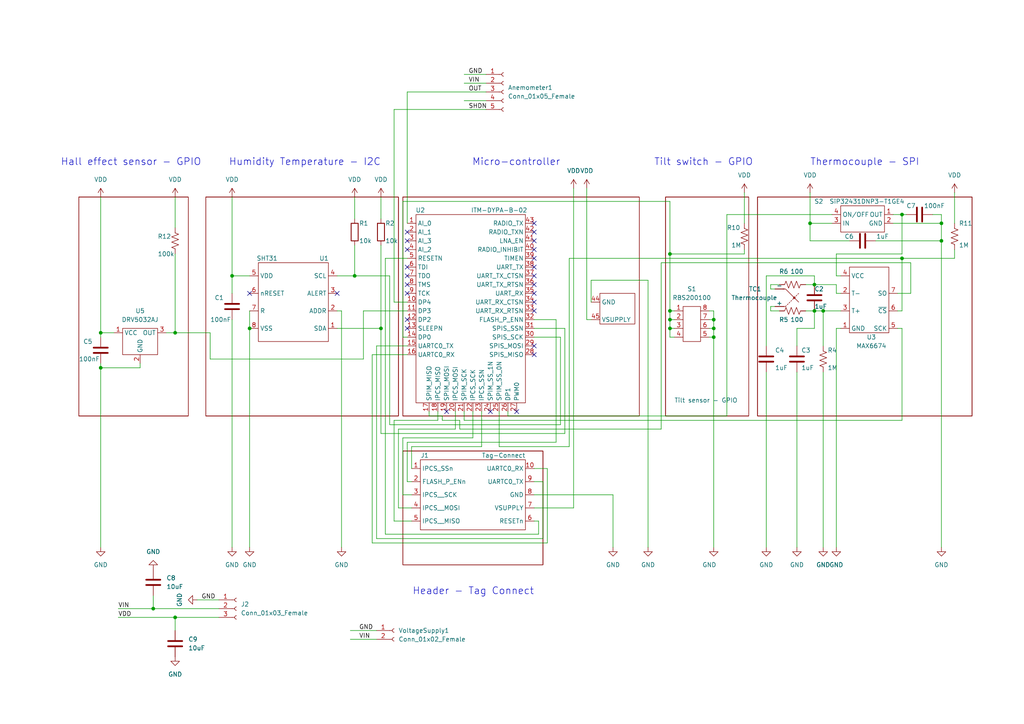
<source format=kicad_sch>
(kicad_sch (version 20211123) (generator eeschema)

  (uuid a5b3981a-8312-4b5b-a753-e25448a6fcbb)

  (paper "A4")

  (title_block
    (title "AIOT Pico")
    (date "2023-07-26")
    (rev "v1.2")
    (company "Inria Paris")
    (comment 1 "Fabrice Sivakumar")
  )

  (lib_symbols
    (symbol "Connector:Conn_01x02_Female" (pin_names (offset 1.016) hide) (in_bom yes) (on_board yes)
      (property "Reference" "J" (id 0) (at 0 2.54 0)
        (effects (font (size 1.27 1.27)))
      )
      (property "Value" "Conn_01x02_Female" (id 1) (at 0 -5.08 0)
        (effects (font (size 1.27 1.27)))
      )
      (property "Footprint" "" (id 2) (at 0 0 0)
        (effects (font (size 1.27 1.27)) hide)
      )
      (property "Datasheet" "~" (id 3) (at 0 0 0)
        (effects (font (size 1.27 1.27)) hide)
      )
      (property "ki_keywords" "connector" (id 4) (at 0 0 0)
        (effects (font (size 1.27 1.27)) hide)
      )
      (property "ki_description" "Generic connector, single row, 01x02, script generated (kicad-library-utils/schlib/autogen/connector/)" (id 5) (at 0 0 0)
        (effects (font (size 1.27 1.27)) hide)
      )
      (property "ki_fp_filters" "Connector*:*_1x??_*" (id 6) (at 0 0 0)
        (effects (font (size 1.27 1.27)) hide)
      )
      (symbol "Conn_01x02_Female_1_1"
        (arc (start 0 -2.032) (mid -0.508 -2.54) (end 0 -3.048)
          (stroke (width 0.1524) (type default) (color 0 0 0 0))
          (fill (type none))
        )
        (polyline
          (pts
            (xy -1.27 -2.54)
            (xy -0.508 -2.54)
          )
          (stroke (width 0.1524) (type default) (color 0 0 0 0))
          (fill (type none))
        )
        (polyline
          (pts
            (xy -1.27 0)
            (xy -0.508 0)
          )
          (stroke (width 0.1524) (type default) (color 0 0 0 0))
          (fill (type none))
        )
        (arc (start 0 0.508) (mid -0.508 0) (end 0 -0.508)
          (stroke (width 0.1524) (type default) (color 0 0 0 0))
          (fill (type none))
        )
        (pin passive line (at -5.08 0 0) (length 3.81)
          (name "Pin_1" (effects (font (size 1.27 1.27))))
          (number "1" (effects (font (size 1.27 1.27))))
        )
        (pin passive line (at -5.08 -2.54 0) (length 3.81)
          (name "Pin_2" (effects (font (size 1.27 1.27))))
          (number "2" (effects (font (size 1.27 1.27))))
        )
      )
    )
    (symbol "Connector:Conn_01x03_Female" (pin_names (offset 1.016) hide) (in_bom yes) (on_board yes)
      (property "Reference" "J" (id 0) (at 0 5.08 0)
        (effects (font (size 1.27 1.27)))
      )
      (property "Value" "Conn_01x03_Female" (id 1) (at 0 -5.08 0)
        (effects (font (size 1.27 1.27)))
      )
      (property "Footprint" "" (id 2) (at 0 0 0)
        (effects (font (size 1.27 1.27)) hide)
      )
      (property "Datasheet" "~" (id 3) (at 0 0 0)
        (effects (font (size 1.27 1.27)) hide)
      )
      (property "ki_keywords" "connector" (id 4) (at 0 0 0)
        (effects (font (size 1.27 1.27)) hide)
      )
      (property "ki_description" "Generic connector, single row, 01x03, script generated (kicad-library-utils/schlib/autogen/connector/)" (id 5) (at 0 0 0)
        (effects (font (size 1.27 1.27)) hide)
      )
      (property "ki_fp_filters" "Connector*:*_1x??_*" (id 6) (at 0 0 0)
        (effects (font (size 1.27 1.27)) hide)
      )
      (symbol "Conn_01x03_Female_1_1"
        (arc (start 0 -2.032) (mid -0.508 -2.54) (end 0 -3.048)
          (stroke (width 0.1524) (type default) (color 0 0 0 0))
          (fill (type none))
        )
        (polyline
          (pts
            (xy -1.27 -2.54)
            (xy -0.508 -2.54)
          )
          (stroke (width 0.1524) (type default) (color 0 0 0 0))
          (fill (type none))
        )
        (polyline
          (pts
            (xy -1.27 0)
            (xy -0.508 0)
          )
          (stroke (width 0.1524) (type default) (color 0 0 0 0))
          (fill (type none))
        )
        (polyline
          (pts
            (xy -1.27 2.54)
            (xy -0.508 2.54)
          )
          (stroke (width 0.1524) (type default) (color 0 0 0 0))
          (fill (type none))
        )
        (arc (start 0 0.508) (mid -0.508 0) (end 0 -0.508)
          (stroke (width 0.1524) (type default) (color 0 0 0 0))
          (fill (type none))
        )
        (arc (start 0 3.048) (mid -0.508 2.54) (end 0 2.032)
          (stroke (width 0.1524) (type default) (color 0 0 0 0))
          (fill (type none))
        )
        (pin passive line (at -5.08 2.54 0) (length 3.81)
          (name "Pin_1" (effects (font (size 1.27 1.27))))
          (number "1" (effects (font (size 1.27 1.27))))
        )
        (pin passive line (at -5.08 0 0) (length 3.81)
          (name "Pin_2" (effects (font (size 1.27 1.27))))
          (number "2" (effects (font (size 1.27 1.27))))
        )
        (pin passive line (at -5.08 -2.54 0) (length 3.81)
          (name "Pin_3" (effects (font (size 1.27 1.27))))
          (number "3" (effects (font (size 1.27 1.27))))
        )
      )
    )
    (symbol "Connector:Conn_01x05_Female" (pin_names (offset 1.016) hide) (in_bom yes) (on_board yes)
      (property "Reference" "J" (id 0) (at 0 7.62 0)
        (effects (font (size 1.27 1.27)))
      )
      (property "Value" "Conn_01x05_Female" (id 1) (at 0 -7.62 0)
        (effects (font (size 1.27 1.27)))
      )
      (property "Footprint" "" (id 2) (at 0 0 0)
        (effects (font (size 1.27 1.27)) hide)
      )
      (property "Datasheet" "~" (id 3) (at 0 0 0)
        (effects (font (size 1.27 1.27)) hide)
      )
      (property "ki_keywords" "connector" (id 4) (at 0 0 0)
        (effects (font (size 1.27 1.27)) hide)
      )
      (property "ki_description" "Generic connector, single row, 01x05, script generated (kicad-library-utils/schlib/autogen/connector/)" (id 5) (at 0 0 0)
        (effects (font (size 1.27 1.27)) hide)
      )
      (property "ki_fp_filters" "Connector*:*_1x??_*" (id 6) (at 0 0 0)
        (effects (font (size 1.27 1.27)) hide)
      )
      (symbol "Conn_01x05_Female_1_1"
        (arc (start 0 -4.572) (mid -0.508 -5.08) (end 0 -5.588)
          (stroke (width 0.1524) (type default) (color 0 0 0 0))
          (fill (type none))
        )
        (arc (start 0 -2.032) (mid -0.508 -2.54) (end 0 -3.048)
          (stroke (width 0.1524) (type default) (color 0 0 0 0))
          (fill (type none))
        )
        (polyline
          (pts
            (xy -1.27 -5.08)
            (xy -0.508 -5.08)
          )
          (stroke (width 0.1524) (type default) (color 0 0 0 0))
          (fill (type none))
        )
        (polyline
          (pts
            (xy -1.27 -2.54)
            (xy -0.508 -2.54)
          )
          (stroke (width 0.1524) (type default) (color 0 0 0 0))
          (fill (type none))
        )
        (polyline
          (pts
            (xy -1.27 0)
            (xy -0.508 0)
          )
          (stroke (width 0.1524) (type default) (color 0 0 0 0))
          (fill (type none))
        )
        (polyline
          (pts
            (xy -1.27 2.54)
            (xy -0.508 2.54)
          )
          (stroke (width 0.1524) (type default) (color 0 0 0 0))
          (fill (type none))
        )
        (polyline
          (pts
            (xy -1.27 5.08)
            (xy -0.508 5.08)
          )
          (stroke (width 0.1524) (type default) (color 0 0 0 0))
          (fill (type none))
        )
        (arc (start 0 0.508) (mid -0.508 0) (end 0 -0.508)
          (stroke (width 0.1524) (type default) (color 0 0 0 0))
          (fill (type none))
        )
        (arc (start 0 3.048) (mid -0.508 2.54) (end 0 2.032)
          (stroke (width 0.1524) (type default) (color 0 0 0 0))
          (fill (type none))
        )
        (arc (start 0 5.588) (mid -0.508 5.08) (end 0 4.572)
          (stroke (width 0.1524) (type default) (color 0 0 0 0))
          (fill (type none))
        )
        (pin passive line (at -5.08 5.08 0) (length 3.81)
          (name "Pin_1" (effects (font (size 1.27 1.27))))
          (number "1" (effects (font (size 1.27 1.27))))
        )
        (pin passive line (at -5.08 2.54 0) (length 3.81)
          (name "Pin_2" (effects (font (size 1.27 1.27))))
          (number "2" (effects (font (size 1.27 1.27))))
        )
        (pin passive line (at -5.08 0 0) (length 3.81)
          (name "Pin_3" (effects (font (size 1.27 1.27))))
          (number "3" (effects (font (size 1.27 1.27))))
        )
        (pin passive line (at -5.08 -2.54 0) (length 3.81)
          (name "Pin_4" (effects (font (size 1.27 1.27))))
          (number "4" (effects (font (size 1.27 1.27))))
        )
        (pin passive line (at -5.08 -5.08 0) (length 3.81)
          (name "Pin_5" (effects (font (size 1.27 1.27))))
          (number "5" (effects (font (size 1.27 1.27))))
        )
      )
    )
    (symbol "Device:C" (pin_numbers hide) (pin_names (offset 0.254)) (in_bom yes) (on_board yes)
      (property "Reference" "C" (id 0) (at 0.635 2.54 0)
        (effects (font (size 1.27 1.27)) (justify left))
      )
      (property "Value" "C" (id 1) (at 0.635 -2.54 0)
        (effects (font (size 1.27 1.27)) (justify left))
      )
      (property "Footprint" "" (id 2) (at 0.9652 -3.81 0)
        (effects (font (size 1.27 1.27)) hide)
      )
      (property "Datasheet" "~" (id 3) (at 0 0 0)
        (effects (font (size 1.27 1.27)) hide)
      )
      (property "ki_keywords" "cap capacitor" (id 4) (at 0 0 0)
        (effects (font (size 1.27 1.27)) hide)
      )
      (property "ki_description" "Unpolarized capacitor" (id 5) (at 0 0 0)
        (effects (font (size 1.27 1.27)) hide)
      )
      (property "ki_fp_filters" "C_*" (id 6) (at 0 0 0)
        (effects (font (size 1.27 1.27)) hide)
      )
      (symbol "C_0_1"
        (polyline
          (pts
            (xy -2.032 -0.762)
            (xy 2.032 -0.762)
          )
          (stroke (width 0.508) (type default) (color 0 0 0 0))
          (fill (type none))
        )
        (polyline
          (pts
            (xy -2.032 0.762)
            (xy 2.032 0.762)
          )
          (stroke (width 0.508) (type default) (color 0 0 0 0))
          (fill (type none))
        )
      )
      (symbol "C_1_1"
        (pin passive line (at 0 3.81 270) (length 2.794)
          (name "~" (effects (font (size 1.27 1.27))))
          (number "1" (effects (font (size 1.27 1.27))))
        )
        (pin passive line (at 0 -3.81 90) (length 2.794)
          (name "~" (effects (font (size 1.27 1.27))))
          (number "2" (effects (font (size 1.27 1.27))))
        )
      )
    )
    (symbol "Device:R" (pin_numbers hide) (pin_names (offset 0)) (in_bom yes) (on_board yes)
      (property "Reference" "R" (id 0) (at 2.032 0 90)
        (effects (font (size 1.27 1.27)))
      )
      (property "Value" "R" (id 1) (at 0 0 90)
        (effects (font (size 1.27 1.27)))
      )
      (property "Footprint" "" (id 2) (at -1.778 0 90)
        (effects (font (size 1.27 1.27)) hide)
      )
      (property "Datasheet" "~" (id 3) (at 0 0 0)
        (effects (font (size 1.27 1.27)) hide)
      )
      (property "ki_keywords" "R res resistor" (id 4) (at 0 0 0)
        (effects (font (size 1.27 1.27)) hide)
      )
      (property "ki_description" "Resistor" (id 5) (at 0 0 0)
        (effects (font (size 1.27 1.27)) hide)
      )
      (property "ki_fp_filters" "R_*" (id 6) (at 0 0 0)
        (effects (font (size 1.27 1.27)) hide)
      )
      (symbol "R_0_1"
        (rectangle (start -1.016 -2.54) (end 1.016 2.54)
          (stroke (width 0.254) (type default) (color 0 0 0 0))
          (fill (type none))
        )
      )
      (symbol "R_1_1"
        (pin passive line (at 0 3.81 270) (length 1.27)
          (name "~" (effects (font (size 1.27 1.27))))
          (number "1" (effects (font (size 1.27 1.27))))
        )
        (pin passive line (at 0 -3.81 90) (length 1.27)
          (name "~" (effects (font (size 1.27 1.27))))
          (number "2" (effects (font (size 1.27 1.27))))
        )
      )
    )
    (symbol "Device:R_US" (pin_numbers hide) (pin_names (offset 0)) (in_bom yes) (on_board yes)
      (property "Reference" "R" (id 0) (at 2.54 0 90)
        (effects (font (size 1.27 1.27)))
      )
      (property "Value" "R_US" (id 1) (at -2.54 0 90)
        (effects (font (size 1.27 1.27)))
      )
      (property "Footprint" "" (id 2) (at 1.016 -0.254 90)
        (effects (font (size 1.27 1.27)) hide)
      )
      (property "Datasheet" "~" (id 3) (at 0 0 0)
        (effects (font (size 1.27 1.27)) hide)
      )
      (property "ki_keywords" "R res resistor" (id 4) (at 0 0 0)
        (effects (font (size 1.27 1.27)) hide)
      )
      (property "ki_description" "Resistor, US symbol" (id 5) (at 0 0 0)
        (effects (font (size 1.27 1.27)) hide)
      )
      (property "ki_fp_filters" "R_*" (id 6) (at 0 0 0)
        (effects (font (size 1.27 1.27)) hide)
      )
      (symbol "R_US_0_1"
        (polyline
          (pts
            (xy 0 -2.286)
            (xy 0 -2.54)
          )
          (stroke (width 0) (type default) (color 0 0 0 0))
          (fill (type none))
        )
        (polyline
          (pts
            (xy 0 2.286)
            (xy 0 2.54)
          )
          (stroke (width 0) (type default) (color 0 0 0 0))
          (fill (type none))
        )
        (polyline
          (pts
            (xy 0 -0.762)
            (xy 1.016 -1.143)
            (xy 0 -1.524)
            (xy -1.016 -1.905)
            (xy 0 -2.286)
          )
          (stroke (width 0) (type default) (color 0 0 0 0))
          (fill (type none))
        )
        (polyline
          (pts
            (xy 0 0.762)
            (xy 1.016 0.381)
            (xy 0 0)
            (xy -1.016 -0.381)
            (xy 0 -0.762)
          )
          (stroke (width 0) (type default) (color 0 0 0 0))
          (fill (type none))
        )
        (polyline
          (pts
            (xy 0 2.286)
            (xy 1.016 1.905)
            (xy 0 1.524)
            (xy -1.016 1.143)
            (xy 0 0.762)
          )
          (stroke (width 0) (type default) (color 0 0 0 0))
          (fill (type none))
        )
      )
      (symbol "R_US_1_1"
        (pin passive line (at 0 3.81 270) (length 1.27)
          (name "~" (effects (font (size 1.27 1.27))))
          (number "1" (effects (font (size 1.27 1.27))))
        )
        (pin passive line (at 0 -3.81 90) (length 1.27)
          (name "~" (effects (font (size 1.27 1.27))))
          (number "2" (effects (font (size 1.27 1.27))))
        )
      )
    )
    (symbol "Device:Thermocouple" (pin_numbers hide) (pin_names (offset 0)) (in_bom yes) (on_board yes)
      (property "Reference" "TC" (id 0) (at -3.048 3.81 0)
        (effects (font (size 1.27 1.27)))
      )
      (property "Value" "Thermocouple" (id 1) (at -5.08 -4.064 0)
        (effects (font (size 1.27 1.27)) (justify left))
      )
      (property "Footprint" "" (id 2) (at -14.605 1.27 0)
        (effects (font (size 1.27 1.27)) hide)
      )
      (property "Datasheet" "~" (id 3) (at -14.605 1.27 0)
        (effects (font (size 1.27 1.27)) hide)
      )
      (property "ki_keywords" "thermocouple temperature sensor cold junction" (id 4) (at 0 0 0)
        (effects (font (size 1.27 1.27)) hide)
      )
      (property "ki_description" "Thermocouple" (id 5) (at 0 0 0)
        (effects (font (size 1.27 1.27)) hide)
      )
      (property "ki_fp_filters" "PIN?ARRAY* bornier* *Terminal?Block* Thermo*Couple*" (id 6) (at 0 0 0)
        (effects (font (size 1.27 1.27)) hide)
      )
      (symbol "Thermocouple_0_1"
        (circle (center -3.048 0) (radius 0.254)
          (stroke (width 0) (type default) (color 0 0 0 0))
          (fill (type outline))
        )
        (polyline
          (pts
            (xy -4.064 -1.016)
            (xy -4.318 -1.27)
          )
          (stroke (width 0) (type default) (color 0 0 0 0))
          (fill (type none))
        )
        (polyline
          (pts
            (xy -3.556 -0.508)
            (xy -3.81 -0.762)
          )
          (stroke (width 0) (type default) (color 0 0 0 0))
          (fill (type none))
        )
        (polyline
          (pts
            (xy -3.048 0)
            (xy -3.302 -0.254)
          )
          (stroke (width 0) (type default) (color 0 0 0 0))
          (fill (type none))
        )
        (polyline
          (pts
            (xy -2.54 0.508)
            (xy -2.794 0.254)
          )
          (stroke (width 0) (type default) (color 0 0 0 0))
          (fill (type none))
        )
        (polyline
          (pts
            (xy -2.032 1.016)
            (xy -2.286 0.762)
          )
          (stroke (width 0) (type default) (color 0 0 0 0))
          (fill (type none))
        )
        (polyline
          (pts
            (xy -1.524 1.524)
            (xy -1.778 1.27)
          )
          (stroke (width 0) (type default) (color 0 0 0 0))
          (fill (type none))
        )
        (polyline
          (pts
            (xy -1.016 2.032)
            (xy -1.27 1.778)
          )
          (stroke (width 0) (type default) (color 0 0 0 0))
          (fill (type none))
        )
        (polyline
          (pts
            (xy -0.508 2.54)
            (xy -0.762 2.286)
          )
          (stroke (width 0) (type default) (color 0 0 0 0))
          (fill (type none))
        )
        (polyline
          (pts
            (xy 0 -2.54)
            (xy -0.254 -2.54)
          )
          (stroke (width 0) (type default) (color 0 0 0 0))
          (fill (type none))
        )
        (polyline
          (pts
            (xy 0 2.54)
            (xy -0.508 2.54)
          )
          (stroke (width 0) (type default) (color 0 0 0 0))
          (fill (type none))
        )
        (polyline
          (pts
            (xy 0.254 -2.54)
            (xy -0.508 -2.54)
            (xy -4.318 1.27)
          )
          (stroke (width 0) (type default) (color 0 0 0 0))
          (fill (type none))
        )
      )
      (symbol "Thermocouple_1_1"
        (pin passive line (at 2.54 2.54 180) (length 2.54)
          (name "+" (effects (font (size 1.27 1.27))))
          (number "1" (effects (font (size 1.27 1.27))))
        )
        (pin passive line (at 2.54 -2.54 180) (length 2.54)
          (name "-" (effects (font (size 1.27 1.27))))
          (number "2" (effects (font (size 1.27 1.27))))
        )
      )
    )
    (symbol "aiot_symbol_lib:DRV5032AJ" (in_bom yes) (on_board yes)
      (property "Reference" "U" (id 0) (at 5.08 6.35 0)
        (effects (font (size 1.27 1.27)))
      )
      (property "Value" "DRV5032AJ" (id 1) (at -3.81 6.35 0)
        (effects (font (size 1.27 1.27)))
      )
      (property "Footprint" "" (id 2) (at 0 0 0)
        (effects (font (size 1.27 1.27)) hide)
      )
      (property "Datasheet" "" (id 3) (at 0 0 0)
        (effects (font (size 1.27 1.27)) hide)
      )
      (symbol "DRV5032AJ_0_1"
        (rectangle (start -5.08 3.81) (end 5.08 -3.81)
          (stroke (width 0) (type default) (color 0 0 0 0))
          (fill (type none))
        )
      )
      (symbol "DRV5032AJ_1_1"
        (pin input line (at -7.62 2.54 0) (length 2.54)
          (name "VCC" (effects (font (size 1.27 1.27))))
          (number "1" (effects (font (size 1.27 1.27))))
        )
        (pin input line (at 0 -6.35 90) (length 2.54)
          (name "GND" (effects (font (size 1.27 1.27))))
          (number "2" (effects (font (size 1.27 1.27))))
        )
        (pin input line (at 7.62 2.54 180) (length 2.54)
          (name "OUT" (effects (font (size 1.27 1.27))))
          (number "3" (effects (font (size 1.27 1.27))))
        )
      )
    )
    (symbol "aiot_symbol_lib:RBS200100" (in_bom yes) (on_board yes)
      (property "Reference" "S" (id 0) (at 6.35 7.62 0)
        (effects (font (size 1.27 1.27)))
      )
      (property "Value" "RBS200100" (id 1) (at -6.35 7.62 0)
        (effects (font (size 1.27 1.27)))
      )
      (property "Footprint" "" (id 2) (at 0 0 0)
        (effects (font (size 1.27 1.27)) hide)
      )
      (property "Datasheet" "" (id 3) (at 0 0 0)
        (effects (font (size 1.27 1.27)) hide)
      )
      (symbol "RBS200100_0_1"
        (rectangle (start -2.54 5.08) (end 2.54 -5.08)
          (stroke (width 0) (type default) (color 0 0 0 0))
          (fill (type none))
        )
      )
      (symbol "RBS200100_1_1"
        (pin input line (at -5.08 3.81 0) (length 2.54)
          (name "" (effects (font (size 1.27 1.27))))
          (number "1" (effects (font (size 1.27 1.27))))
        )
        (pin input line (at -5.08 1.27 0) (length 2.54)
          (name "" (effects (font (size 1.27 1.27))))
          (number "2" (effects (font (size 1.27 1.27))))
        )
        (pin input line (at -5.08 -1.27 0) (length 2.54)
          (name "" (effects (font (size 1.27 1.27))))
          (number "3" (effects (font (size 1.27 1.27))))
        )
        (pin input line (at -5.08 -3.81 0) (length 2.54)
          (name "" (effects (font (size 1.27 1.27))))
          (number "4" (effects (font (size 1.27 1.27))))
        )
        (pin input line (at 5.08 -3.81 180) (length 2.54)
          (name "" (effects (font (size 1.27 1.27))))
          (number "5" (effects (font (size 1.27 1.27))))
        )
        (pin input line (at 5.08 -1.27 180) (length 2.54)
          (name "" (effects (font (size 1.27 1.27))))
          (number "6" (effects (font (size 1.27 1.27))))
        )
        (pin input line (at 5.08 1.27 180) (length 2.54)
          (name "" (effects (font (size 1.27 1.27))))
          (number "7" (effects (font (size 1.27 1.27))))
        )
        (pin input line (at 5.08 3.81 180) (length 2.54)
          (name "" (effects (font (size 1.27 1.27))))
          (number "8" (effects (font (size 1.27 1.27))))
        )
      )
    )
    (symbol "heat_humidity_mesh_lib:ITM-DYPA-B-02" (in_bom yes) (on_board yes)
      (property "Reference" "U" (id 0) (at -15.24 29.21 0)
        (effects (font (size 1.27 1.27)))
      )
      (property "Value" "ITM-DYPA-B-02" (id 1) (at 24.13 -29.21 0)
        (effects (font (size 1.27 1.27)))
      )
      (property "Footprint" "" (id 2) (at 0 -15.24 0)
        (effects (font (size 1.27 1.27)) hide)
      )
      (property "Datasheet" "" (id 3) (at 0 -15.24 0)
        (effects (font (size 1.27 1.27)) hide)
      )
      (symbol "ITM-DYPA-B-02_0_1"
        (rectangle (start -16.51 27.94) (end 15.24 -26.67)
          (stroke (width 0) (type default) (color 0 0 0 0))
          (fill (type none))
        )
        (rectangle (start 36.83 5.08) (end 46.99 -3.81)
          (stroke (width 0) (type default) (color 0 0 0 0))
          (fill (type none))
        )
      )
      (symbol "ITM-DYPA-B-02_1_1"
        (pin input line (at -19.05 25.4 0) (length 2.54)
          (name "AI_0" (effects (font (size 1.27 1.27))))
          (number "1" (effects (font (size 1.27 1.27))))
        )
        (pin input line (at -19.05 2.54 0) (length 2.54)
          (name "DP4" (effects (font (size 1.27 1.27))))
          (number "10" (effects (font (size 1.27 1.27))))
        )
        (pin input line (at -19.05 0 0) (length 2.54)
          (name "DP3" (effects (font (size 1.27 1.27))))
          (number "11" (effects (font (size 1.27 1.27))))
        )
        (pin input line (at -19.05 -2.54 0) (length 2.54)
          (name "DP2" (effects (font (size 1.27 1.27))))
          (number "12" (effects (font (size 1.27 1.27))))
        )
        (pin input line (at -19.05 -5.08 0) (length 2.54)
          (name "SLEEPN" (effects (font (size 1.27 1.27))))
          (number "13" (effects (font (size 1.27 1.27))))
        )
        (pin input line (at -19.05 -7.62 0) (length 2.54)
          (name "DP0" (effects (font (size 1.27 1.27))))
          (number "14" (effects (font (size 1.27 1.27))))
        )
        (pin input line (at -19.05 -10.16 0) (length 2.54)
          (name "UARTC0_TX" (effects (font (size 1.27 1.27))))
          (number "15" (effects (font (size 1.27 1.27))))
        )
        (pin input line (at -19.05 -12.7 0) (length 2.54)
          (name "UARTC0_RX" (effects (font (size 1.27 1.27))))
          (number "16" (effects (font (size 1.27 1.27))))
        )
        (pin input line (at -12.7 -29.21 90) (length 2.54)
          (name "SPIM_MISO" (effects (font (size 1.27 1.27))))
          (number "17" (effects (font (size 1.27 1.27))))
        )
        (pin input line (at -10.16 -29.21 90) (length 2.54)
          (name "IPCS_MISO" (effects (font (size 1.27 1.27))))
          (number "18" (effects (font (size 1.27 1.27))))
        )
        (pin input line (at -7.62 -29.21 90) (length 2.54)
          (name "SPIM_MOSI" (effects (font (size 1.27 1.27))))
          (number "19" (effects (font (size 1.27 1.27))))
        )
        (pin input line (at -19.05 22.86 0) (length 2.54)
          (name "AI_1" (effects (font (size 1.27 1.27))))
          (number "2" (effects (font (size 1.27 1.27))))
        )
        (pin input line (at -5.08 -29.21 90) (length 2.54)
          (name "IPCS_MOSI" (effects (font (size 1.27 1.27))))
          (number "20" (effects (font (size 1.27 1.27))))
        )
        (pin input line (at -2.54 -29.21 90) (length 2.54)
          (name "SPIM_SCK" (effects (font (size 1.27 1.27))))
          (number "21" (effects (font (size 1.27 1.27))))
        )
        (pin input line (at 0 -29.21 90) (length 2.54)
          (name "IPCS_SCK" (effects (font (size 1.27 1.27))))
          (number "22" (effects (font (size 1.27 1.27))))
        )
        (pin input line (at 2.54 -29.21 90) (length 2.54)
          (name "IPCS_SSN" (effects (font (size 1.27 1.27))))
          (number "23" (effects (font (size 1.27 1.27))))
        )
        (pin input line (at 5.08 -29.21 90) (length 2.54)
          (name "SPIM_SS_1N" (effects (font (size 1.27 1.27))))
          (number "24" (effects (font (size 1.27 1.27))))
        )
        (pin input line (at 7.62 -29.21 90) (length 2.54)
          (name "SPIM_SS_0N" (effects (font (size 1.27 1.27))))
          (number "25" (effects (font (size 1.27 1.27))))
        )
        (pin input line (at 10.16 -29.21 90) (length 2.54)
          (name "DP1" (effects (font (size 1.27 1.27))))
          (number "26" (effects (font (size 1.27 1.27))))
        )
        (pin input line (at 12.7 -29.21 90) (length 2.54)
          (name "PWM0" (effects (font (size 1.27 1.27))))
          (number "27" (effects (font (size 1.27 1.27))))
        )
        (pin input line (at 17.78 -12.7 180) (length 2.54)
          (name "SPIS_MISO" (effects (font (size 1.27 1.27))))
          (number "28" (effects (font (size 1.27 1.27))))
        )
        (pin input line (at 17.78 -10.16 180) (length 2.54)
          (name "SPIS_MOSI" (effects (font (size 1.27 1.27))))
          (number "29" (effects (font (size 1.27 1.27))))
        )
        (pin input line (at -19.05 20.32 0) (length 2.54)
          (name "AI_3" (effects (font (size 1.27 1.27))))
          (number "3" (effects (font (size 1.27 1.27))))
        )
        (pin input line (at 17.78 -7.62 180) (length 2.54)
          (name "SPIS_SCK" (effects (font (size 1.27 1.27))))
          (number "30" (effects (font (size 1.27 1.27))))
        )
        (pin input line (at 17.78 -5.08 180) (length 2.54)
          (name "SPIS_SSN" (effects (font (size 1.27 1.27))))
          (number "31" (effects (font (size 1.27 1.27))))
        )
        (pin input line (at 17.78 -2.54 180) (length 2.54)
          (name "FLASH_P_ENN" (effects (font (size 1.27 1.27))))
          (number "32" (effects (font (size 1.27 1.27))))
        )
        (pin input line (at 17.78 0 180) (length 2.54)
          (name "UART_RX_RTSN" (effects (font (size 1.27 1.27))))
          (number "33" (effects (font (size 1.27 1.27))))
        )
        (pin input line (at 17.78 2.54 180) (length 2.54)
          (name "UART_RX_CTSN" (effects (font (size 1.27 1.27))))
          (number "34" (effects (font (size 1.27 1.27))))
        )
        (pin input line (at 17.78 5.08 180) (length 2.54)
          (name "UART_RX" (effects (font (size 1.27 1.27))))
          (number "35" (effects (font (size 1.27 1.27))))
        )
        (pin input line (at 17.78 7.62 180) (length 2.54)
          (name "UART_TX_RTSN" (effects (font (size 1.27 1.27))))
          (number "36" (effects (font (size 1.27 1.27))))
        )
        (pin input line (at 17.78 10.16 180) (length 2.54)
          (name "UART_TX_CTSN" (effects (font (size 1.27 1.27))))
          (number "37" (effects (font (size 1.27 1.27))))
        )
        (pin input line (at 17.78 12.7 180) (length 2.54)
          (name "UART_TX" (effects (font (size 1.27 1.27))))
          (number "38" (effects (font (size 1.27 1.27))))
        )
        (pin input line (at 17.78 15.24 180) (length 2.54)
          (name "TIMEN" (effects (font (size 1.27 1.27))))
          (number "39" (effects (font (size 1.27 1.27))))
        )
        (pin input line (at -19.05 17.78 0) (length 2.54)
          (name "AI_2" (effects (font (size 1.27 1.27))))
          (number "4" (effects (font (size 1.27 1.27))))
        )
        (pin input line (at 17.78 17.78 180) (length 2.54)
          (name "RADIO_INHIBIT" (effects (font (size 1.27 1.27))))
          (number "40" (effects (font (size 1.27 1.27))))
        )
        (pin input line (at 17.78 20.32 180) (length 2.54)
          (name "LNA_EN" (effects (font (size 1.27 1.27))))
          (number "41" (effects (font (size 1.27 1.27))))
        )
        (pin input line (at 17.78 22.86 180) (length 2.54)
          (name "RADIO_TXN" (effects (font (size 1.27 1.27))))
          (number "42" (effects (font (size 1.27 1.27))))
        )
        (pin input line (at 17.78 25.4 180) (length 2.54)
          (name "RADIO_TX" (effects (font (size 1.27 1.27))))
          (number "43" (effects (font (size 1.27 1.27))))
        )
        (pin input line (at 34.29 2.54 0) (length 2.54)
          (name "GND" (effects (font (size 1.27 1.27))))
          (number "44" (effects (font (size 1.27 1.27))))
        )
        (pin input line (at 34.29 -2.54 0) (length 2.54)
          (name "VSUPPLY" (effects (font (size 1.27 1.27))))
          (number "45" (effects (font (size 1.27 1.27))))
        )
        (pin input line (at -19.05 15.24 0) (length 2.54)
          (name "RESETN" (effects (font (size 1.27 1.27))))
          (number "5" (effects (font (size 1.27 1.27))))
        )
        (pin input line (at -19.05 12.7 0) (length 2.54)
          (name "TDI" (effects (font (size 1.27 1.27))))
          (number "6" (effects (font (size 1.27 1.27))))
        )
        (pin input line (at -19.05 10.16 0) (length 2.54)
          (name "TDO" (effects (font (size 1.27 1.27))))
          (number "7" (effects (font (size 1.27 1.27))))
        )
        (pin input line (at -19.05 7.62 0) (length 2.54)
          (name "TMS" (effects (font (size 1.27 1.27))))
          (number "8" (effects (font (size 1.27 1.27))))
        )
        (pin input line (at -19.05 5.08 0) (length 2.54)
          (name "TCK" (effects (font (size 1.27 1.27))))
          (number "9" (effects (font (size 1.27 1.27))))
        )
      )
    )
    (symbol "heat_humidity_mesh_lib:MAX6674" (in_bom yes) (on_board yes)
      (property "Reference" "U3" (id 0) (at 0 -10.16 0)
        (effects (font (size 1.27 1.27)))
      )
      (property "Value" "MAX6674" (id 1) (at 0 -12.7 0)
        (effects (font (size 1.27 1.27)))
      )
      (property "Footprint" "digikey-footprints:SOIC-7-8_W3.9mm" (id 2) (at -1.27 15.24 0)
        (effects (font (size 1.27 1.27)) hide)
      )
      (property "Datasheet" "" (id 3) (at 0 0 0)
        (effects (font (size 1.27 1.27)) hide)
      )
      (symbol "MAX6674_0_1"
        (rectangle (start -6.35 10.16) (end 5.08 -8.89)
          (stroke (width 0) (type default) (color 0 0 0 0))
          (fill (type none))
        )
      )
      (symbol "MAX6674_1_1"
        (pin input line (at -8.89 -7.62 0) (length 2.54)
          (name "GND" (effects (font (size 1.27 1.27))))
          (number "1" (effects (font (size 1.27 1.27))))
        )
        (pin input line (at -8.89 2.54 0) (length 2.54)
          (name "T-" (effects (font (size 1.27 1.27))))
          (number "2" (effects (font (size 1.27 1.27))))
        )
        (pin input line (at -8.89 -2.54 0) (length 2.54)
          (name "T+" (effects (font (size 1.27 1.27))))
          (number "3" (effects (font (size 1.27 1.27))))
        )
        (pin input line (at -8.89 7.62 0) (length 2.54)
          (name "VCC" (effects (font (size 1.27 1.27))))
          (number "4" (effects (font (size 1.27 1.27))))
        )
        (pin input line (at 7.62 -7.62 180) (length 2.54)
          (name "SCK" (effects (font (size 1.27 1.27))))
          (number "5" (effects (font (size 1.27 1.27))))
        )
        (pin input line (at 7.62 -2.54 180) (length 2.54)
          (name "~{CS}" (effects (font (size 1.27 1.27))))
          (number "6" (effects (font (size 1.27 1.27))))
        )
        (pin input line (at 7.62 2.54 180) (length 2.54)
          (name "SO" (effects (font (size 1.27 1.27))))
          (number "7" (effects (font (size 1.27 1.27))))
        )
      )
    )
    (symbol "heat_humidity_mesh_lib:SHT31" (in_bom yes) (on_board yes)
      (property "Reference" "U" (id 0) (at -8.89 12.7 0)
        (effects (font (size 1.27 1.27)))
      )
      (property "Value" "SHT31" (id 1) (at 7.62 -12.7 0)
        (effects (font (size 1.27 1.27)))
      )
      (property "Footprint" "" (id 2) (at 1.27 1.27 0)
        (effects (font (size 1.27 1.27)) hide)
      )
      (property "Datasheet" "" (id 3) (at 1.27 1.27 0)
        (effects (font (size 1.27 1.27)) hide)
      )
      (symbol "SHT31_0_1"
        (rectangle (start -10.16 11.43) (end 10.16 -11.43)
          (stroke (width 0) (type default) (color 0 0 0 0))
          (fill (type none))
        )
      )
      (symbol "SHT31_1_1"
        (pin input line (at -12.7 7.62 0) (length 2.54)
          (name "SDA" (effects (font (size 1.27 1.27))))
          (number "1" (effects (font (size 1.27 1.27))))
        )
        (pin input line (at -12.7 2.54 0) (length 2.54)
          (name "ADDR" (effects (font (size 1.27 1.27))))
          (number "2" (effects (font (size 1.27 1.27))))
        )
        (pin input line (at -12.7 -2.54 0) (length 2.54)
          (name "ALERT" (effects (font (size 1.27 1.27))))
          (number "3" (effects (font (size 1.27 1.27))))
        )
        (pin input line (at -12.7 -7.62 0) (length 2.54)
          (name "SCL" (effects (font (size 1.27 1.27))))
          (number "4" (effects (font (size 1.27 1.27))))
        )
        (pin input line (at 12.7 -7.62 180) (length 2.54)
          (name "VDD" (effects (font (size 1.27 1.27))))
          (number "5" (effects (font (size 1.27 1.27))))
        )
        (pin input line (at 12.7 -2.54 180) (length 2.54)
          (name "nRESET" (effects (font (size 1.27 1.27))))
          (number "6" (effects (font (size 1.27 1.27))))
        )
        (pin input line (at 12.7 2.54 180) (length 2.54)
          (name "R" (effects (font (size 1.27 1.27))))
          (number "7" (effects (font (size 1.27 1.27))))
        )
        (pin input line (at 12.7 7.62 180) (length 2.54)
          (name "VSS" (effects (font (size 1.27 1.27))))
          (number "8" (effects (font (size 1.27 1.27))))
        )
      )
    )
    (symbol "heat_humidity_mesh_lib:SiP32431DNP3-T1GE4" (in_bom yes) (on_board yes)
      (property "Reference" "S" (id 0) (at 12.7 7.62 0)
        (effects (font (size 1.27 1.27)))
      )
      (property "Value" "SiP32431DNP3-T1GE4" (id 1) (at -1.27 7.62 0)
        (effects (font (size 1.27 1.27)))
      )
      (property "Footprint" "" (id 2) (at 0 0 0)
        (effects (font (size 1.27 1.27)) hide)
      )
      (property "Datasheet" "" (id 3) (at 0 0 0)
        (effects (font (size 1.27 1.27)) hide)
      )
      (symbol "SiP32431DNP3-T1GE4_0_1"
        (rectangle (start -6.35 3.81) (end 6.35 -3.81)
          (stroke (width 0) (type default) (color 0 0 0 0))
          (fill (type none))
        )
      )
      (symbol "SiP32431DNP3-T1GE4_1_1"
        (pin input line (at 8.89 1.27 180) (length 2.54)
          (name "OUT" (effects (font (size 1.27 1.27))))
          (number "1" (effects (font (size 1.27 1.27))))
        )
        (pin input line (at 8.89 -1.27 180) (length 2.54)
          (name "GND" (effects (font (size 1.27 1.27))))
          (number "2" (effects (font (size 1.27 1.27))))
        )
        (pin input line (at -8.89 -1.27 0) (length 2.54)
          (name "IN" (effects (font (size 1.27 1.27))))
          (number "3" (effects (font (size 1.27 1.27))))
        )
        (pin input line (at -8.89 1.27 0) (length 2.54)
          (name "ON/OFF" (effects (font (size 1.27 1.27))))
          (number "4" (effects (font (size 1.27 1.27))))
        )
      )
    )
    (symbol "heat_humidity_mesh_lib:Tag-Connect" (in_bom yes) (on_board yes)
      (property "Reference" "U" (id 0) (at 0 11.43 0)
        (effects (font (size 1.27 1.27)))
      )
      (property "Value" "Tag-Connect" (id 1) (at 0 -12.7 0)
        (effects (font (size 1.27 1.27)))
      )
      (property "Footprint" "" (id 2) (at 0 0 90)
        (effects (font (size 1.27 1.27)) hide)
      )
      (property "Datasheet" "" (id 3) (at 0 0 90)
        (effects (font (size 1.27 1.27)) hide)
      )
      (symbol "Tag-Connect_0_1"
        (rectangle (start -15.24 -10.16) (end 15.24 10.16)
          (stroke (width 0) (type default) (color 0 0 0 0))
          (fill (type none))
        )
      )
      (symbol "Tag-Connect_1_1"
        (pin input line (at -17.78 7.62 0) (length 2.54)
          (name "IPCS_SSn" (effects (font (size 1.27 1.27))))
          (number "1" (effects (font (size 1.27 1.27))))
        )
        (pin input line (at 17.78 7.62 180) (length 2.54)
          (name "UARTC0_RX" (effects (font (size 1.27 1.27))))
          (number "10" (effects (font (size 1.27 1.27))))
        )
        (pin input line (at -17.78 3.81 0) (length 2.54)
          (name "FLASH_P_ENn" (effects (font (size 1.27 1.27))))
          (number "2" (effects (font (size 1.27 1.27))))
        )
        (pin input line (at -17.78 0 0) (length 2.54)
          (name "IPCS__SCK" (effects (font (size 1.27 1.27))))
          (number "3" (effects (font (size 1.27 1.27))))
        )
        (pin input line (at -17.78 -3.81 0) (length 2.54)
          (name "IPCS__MOSI" (effects (font (size 1.27 1.27))))
          (number "4" (effects (font (size 1.27 1.27))))
        )
        (pin input line (at -17.78 -7.62 0) (length 2.54)
          (name "IPCS__MISO" (effects (font (size 1.27 1.27))))
          (number "5" (effects (font (size 1.27 1.27))))
        )
        (pin input line (at 17.78 -7.62 180) (length 2.54)
          (name "RESETn" (effects (font (size 1.27 1.27))))
          (number "6" (effects (font (size 1.27 1.27))))
        )
        (pin input line (at 17.78 -3.81 180) (length 2.54)
          (name "VSUPPLY" (effects (font (size 1.27 1.27))))
          (number "7" (effects (font (size 1.27 1.27))))
        )
        (pin input line (at 17.78 0 180) (length 2.54)
          (name "GND" (effects (font (size 1.27 1.27))))
          (number "8" (effects (font (size 1.27 1.27))))
        )
        (pin input line (at 17.78 3.81 180) (length 2.54)
          (name "UARTC0_TX" (effects (font (size 1.27 1.27))))
          (number "9" (effects (font (size 1.27 1.27))))
        )
      )
    )
    (symbol "power:GND" (power) (pin_names (offset 0)) (in_bom yes) (on_board yes)
      (property "Reference" "#PWR" (id 0) (at 0 -6.35 0)
        (effects (font (size 1.27 1.27)) hide)
      )
      (property "Value" "GND" (id 1) (at 0 -3.81 0)
        (effects (font (size 1.27 1.27)))
      )
      (property "Footprint" "" (id 2) (at 0 0 0)
        (effects (font (size 1.27 1.27)) hide)
      )
      (property "Datasheet" "" (id 3) (at 0 0 0)
        (effects (font (size 1.27 1.27)) hide)
      )
      (property "ki_keywords" "power-flag" (id 4) (at 0 0 0)
        (effects (font (size 1.27 1.27)) hide)
      )
      (property "ki_description" "Power symbol creates a global label with name \"GND\" , ground" (id 5) (at 0 0 0)
        (effects (font (size 1.27 1.27)) hide)
      )
      (symbol "GND_0_1"
        (polyline
          (pts
            (xy 0 0)
            (xy 0 -1.27)
            (xy 1.27 -1.27)
            (xy 0 -2.54)
            (xy -1.27 -1.27)
            (xy 0 -1.27)
          )
          (stroke (width 0) (type default) (color 0 0 0 0))
          (fill (type none))
        )
      )
      (symbol "GND_1_1"
        (pin power_in line (at 0 0 270) (length 0) hide
          (name "GND" (effects (font (size 1.27 1.27))))
          (number "1" (effects (font (size 1.27 1.27))))
        )
      )
    )
    (symbol "power:VDD" (power) (pin_names (offset 0)) (in_bom yes) (on_board yes)
      (property "Reference" "#PWR" (id 0) (at 0 -3.81 0)
        (effects (font (size 1.27 1.27)) hide)
      )
      (property "Value" "VDD" (id 1) (at 0 3.81 0)
        (effects (font (size 1.27 1.27)))
      )
      (property "Footprint" "" (id 2) (at 0 0 0)
        (effects (font (size 1.27 1.27)) hide)
      )
      (property "Datasheet" "" (id 3) (at 0 0 0)
        (effects (font (size 1.27 1.27)) hide)
      )
      (property "ki_keywords" "power-flag" (id 4) (at 0 0 0)
        (effects (font (size 1.27 1.27)) hide)
      )
      (property "ki_description" "Power symbol creates a global label with name \"VDD\"" (id 5) (at 0 0 0)
        (effects (font (size 1.27 1.27)) hide)
      )
      (symbol "VDD_0_1"
        (polyline
          (pts
            (xy -0.762 1.27)
            (xy 0 2.54)
          )
          (stroke (width 0) (type default) (color 0 0 0 0))
          (fill (type none))
        )
        (polyline
          (pts
            (xy 0 0)
            (xy 0 2.54)
          )
          (stroke (width 0) (type default) (color 0 0 0 0))
          (fill (type none))
        )
        (polyline
          (pts
            (xy 0 2.54)
            (xy 0.762 1.27)
          )
          (stroke (width 0) (type default) (color 0 0 0 0))
          (fill (type none))
        )
      )
      (symbol "VDD_1_1"
        (pin power_in line (at 0 0 90) (length 0) hide
          (name "VDD" (effects (font (size 1.27 1.27))))
          (number "1" (effects (font (size 1.27 1.27))))
        )
      )
    )
  )

  (junction (at 194.31 73.66) (diameter 0) (color 0 0 0 0)
    (uuid 32488585-223a-40c2-a1d1-a036147d4d4c)
  )
  (junction (at 273.05 69.85) (diameter 0) (color 0 0 0 0)
    (uuid 32c42870-615b-48fb-8a0b-0aaca905d988)
  )
  (junction (at 194.31 95.25) (diameter 0) (color 0 0 0 0)
    (uuid 4fad054a-2505-41de-9a40-b732ac0fb4b0)
  )
  (junction (at 44.45 176.53) (diameter 0) (color 0 0 0 0)
    (uuid 5b6675a5-1a2a-4e72-90b1-0fede622b739)
  )
  (junction (at 207.01 95.25) (diameter 0) (color 0 0 0 0)
    (uuid 5d3b1520-4846-48a2-8f8d-69acf5d56f23)
  )
  (junction (at 261.62 74.93) (diameter 0) (color 0 0 0 0)
    (uuid 621dceec-13c3-45df-8b0f-0b72251c35d3)
  )
  (junction (at 194.31 92.71) (diameter 0) (color 0 0 0 0)
    (uuid 6598ca22-b6cf-4aae-8d21-9a76b6d92dca)
  )
  (junction (at 236.22 90.17) (diameter 0) (color 0 0 0 0)
    (uuid 70f0c0c3-f18c-4938-a783-b554c25312f1)
  )
  (junction (at 50.8 96.52) (diameter 0) (color 0 0 0 0)
    (uuid 76faa6f3-b2b2-4b9f-bdda-f913b0380faa)
  )
  (junction (at 29.21 96.52) (diameter 0) (color 0 0 0 0)
    (uuid 78c430ac-3200-42d6-a1b6-739717427cf7)
  )
  (junction (at 50.8 179.07) (diameter 0) (color 0 0 0 0)
    (uuid 7e8ad415-7f06-4302-8d00-f1ad569cd8f2)
  )
  (junction (at 194.31 90.17) (diameter 0) (color 0 0 0 0)
    (uuid 8eed701f-673b-4e13-ac9c-fd8d6cb1250a)
  )
  (junction (at 102.87 80.01) (diameter 0) (color 0 0 0 0)
    (uuid 995c4303-8a7d-4868-8f77-f2918d2749f8)
  )
  (junction (at 72.39 95.25) (diameter 0) (color 0 0 0 0)
    (uuid 9e2480a5-a282-4dd4-b3ad-495d5cfdc926)
  )
  (junction (at 29.21 106.68) (diameter 0) (color 0 0 0 0)
    (uuid a74ecf6f-2667-4a67-94f1-9693e1e4e020)
  )
  (junction (at 238.76 90.17) (diameter 0) (color 0 0 0 0)
    (uuid adb8369b-a69f-4a30-a26a-c45c7be04969)
  )
  (junction (at 236.22 82.55) (diameter 0) (color 0 0 0 0)
    (uuid ca6b6b27-b93e-4f45-92ff-fb37d8fca30a)
  )
  (junction (at 110.49 95.25) (diameter 0) (color 0 0 0 0)
    (uuid cb9e67f7-1a9c-4c1d-b1fd-54f32c699063)
  )
  (junction (at 207.01 97.79) (diameter 0) (color 0 0 0 0)
    (uuid d1be781e-8a8a-4c02-b77d-dfcb5f186aab)
  )
  (junction (at 67.31 80.01) (diameter 0) (color 0 0 0 0)
    (uuid d98b1b1a-d1b0-4cea-8d4a-79f68b749673)
  )
  (junction (at 207.01 92.71) (diameter 0) (color 0 0 0 0)
    (uuid ddd6050b-39e2-4e74-830b-64516b9d1bf2)
  )
  (junction (at 273.05 64.77) (diameter 0) (color 0 0 0 0)
    (uuid e885fe39-6db5-4be3-864d-e3236db94b39)
  )
  (junction (at 234.95 64.77) (diameter 0) (color 0 0 0 0)
    (uuid ea650ba3-6a8b-49f9-9677-52d41329e40a)
  )
  (junction (at 261.62 62.23) (diameter 0) (color 0 0 0 0)
    (uuid f2007d72-3a08-4fab-b6a1-3d0b0e0c9e9d)
  )

  (no_connect (at 72.39 85.09) (uuid 19660122-e95e-4fa6-bc06-89cb4ac62782))
  (no_connect (at 97.79 85.09) (uuid 19660122-e95e-4fa6-bc06-89cb4ac62783))
  (no_connect (at 118.11 67.31) (uuid a355cd23-0699-40a2-a456-49fb1b5b51d0))
  (no_connect (at 118.11 69.85) (uuid a355cd23-0699-40a2-a456-49fb1b5b51d1))
  (no_connect (at 118.11 85.09) (uuid a355cd23-0699-40a2-a456-49fb1b5b51d2))
  (no_connect (at 118.11 92.71) (uuid a355cd23-0699-40a2-a456-49fb1b5b51d4))
  (no_connect (at 118.11 95.25) (uuid a355cd23-0699-40a2-a456-49fb1b5b51d5))
  (no_connect (at 129.54 119.38) (uuid a355cd23-0699-40a2-a456-49fb1b5b51d6))
  (no_connect (at 142.24 119.38) (uuid a355cd23-0699-40a2-a456-49fb1b5b51d7))
  (no_connect (at 149.86 119.38) (uuid a355cd23-0699-40a2-a456-49fb1b5b51d8))
  (no_connect (at 154.94 102.87) (uuid a355cd23-0699-40a2-a456-49fb1b5b51d9))
  (no_connect (at 154.94 82.55) (uuid a355cd23-0699-40a2-a456-49fb1b5b51da))
  (no_connect (at 154.94 80.01) (uuid a355cd23-0699-40a2-a456-49fb1b5b51db))
  (no_connect (at 154.94 77.47) (uuid a355cd23-0699-40a2-a456-49fb1b5b51dc))
  (no_connect (at 154.94 74.93) (uuid a355cd23-0699-40a2-a456-49fb1b5b51dd))
  (no_connect (at 154.94 72.39) (uuid a355cd23-0699-40a2-a456-49fb1b5b51de))
  (no_connect (at 154.94 69.85) (uuid a355cd23-0699-40a2-a456-49fb1b5b51df))
  (no_connect (at 154.94 67.31) (uuid a355cd23-0699-40a2-a456-49fb1b5b51e0))
  (no_connect (at 154.94 64.77) (uuid a355cd23-0699-40a2-a456-49fb1b5b51e1))
  (no_connect (at 118.11 72.39) (uuid a355cd23-0699-40a2-a456-49fb1b5b51e2))
  (no_connect (at 118.11 77.47) (uuid a355cd23-0699-40a2-a456-49fb1b5b51e3))
  (no_connect (at 118.11 80.01) (uuid a355cd23-0699-40a2-a456-49fb1b5b51e4))
  (no_connect (at 118.11 82.55) (uuid a355cd23-0699-40a2-a456-49fb1b5b51e5))
  (no_connect (at 154.94 100.33) (uuid a355cd23-0699-40a2-a456-49fb1b5b51e6))
  (no_connect (at 154.94 90.17) (uuid a355cd23-0699-40a2-a456-49fb1b5b51e7))
  (no_connect (at 154.94 87.63) (uuid a355cd23-0699-40a2-a456-49fb1b5b51e8))
  (no_connect (at 154.94 85.09) (uuid a355cd23-0699-40a2-a456-49fb1b5b51e9))

  (wire (pts (xy 144.78 119.38) (xy 144.78 129.54))
    (stroke (width 0) (type default) (color 0 0 0 0))
    (uuid 02fde2f3-fbfa-4836-aa54-3a06329efc27)
  )
  (wire (pts (xy 134.62 24.13) (xy 140.97 24.13))
    (stroke (width 0) (type default) (color 0 0 0 0))
    (uuid 032d5933-75ce-4fd2-a638-010c021da0cc)
  )
  (wire (pts (xy 194.31 95.25) (xy 194.31 92.71))
    (stroke (width 0) (type default) (color 0 0 0 0))
    (uuid 068b569b-f893-40b2-8f66-18f95af450f7)
  )
  (wire (pts (xy 154.94 135.89) (xy 158.75 135.89))
    (stroke (width 0) (type default) (color 0 0 0 0))
    (uuid 06e38dfa-0a6c-43f5-a6cd-c5e6679abb73)
  )
  (wire (pts (xy 205.74 97.79) (xy 207.01 97.79))
    (stroke (width 0) (type default) (color 0 0 0 0))
    (uuid 07b5618b-3fa4-46db-b525-a086c9b4f63c)
  )
  (wire (pts (xy 207.01 90.17) (xy 207.01 92.71))
    (stroke (width 0) (type default) (color 0 0 0 0))
    (uuid 080d06cc-8ea4-407d-aa57-fe0e850eb946)
  )
  (wire (pts (xy 137.16 119.38) (xy 137.16 127))
    (stroke (width 0) (type default) (color 0 0 0 0))
    (uuid 08a406c8-a9f8-4e44-979e-9797bf2ff6c6)
  )
  (wire (pts (xy 161.29 92.71) (xy 154.94 92.71))
    (stroke (width 0) (type default) (color 0 0 0 0))
    (uuid 08d49622-1035-426c-b598-539548bf6884)
  )
  (wire (pts (xy 114.3 151.13) (xy 114.3 121.92))
    (stroke (width 0) (type default) (color 0 0 0 0))
    (uuid 0a931f6c-5623-422f-958b-1464fa7ddde0)
  )
  (wire (pts (xy 264.16 76.2) (xy 264.16 85.09))
    (stroke (width 0) (type default) (color 0 0 0 0))
    (uuid 0b565d74-d157-43af-b305-3a89ce2bcd37)
  )
  (wire (pts (xy 34.29 179.07) (xy 50.8 179.07))
    (stroke (width 0) (type default) (color 0 0 0 0))
    (uuid 0d51b371-4625-4d01-bf98-15195047a181)
  )
  (wire (pts (xy 128.27 120.65) (xy 124.46 120.65))
    (stroke (width 0) (type default) (color 0 0 0 0))
    (uuid 0f85f245-c2f6-45b4-9b8e-225a4e58cb1d)
  )
  (wire (pts (xy 115.57 147.32) (xy 115.57 124.46))
    (stroke (width 0) (type default) (color 0 0 0 0))
    (uuid 102c0b0f-7ea8-4ecd-b4d7-06a3f1954f67)
  )
  (wire (pts (xy 238.76 90.17) (xy 243.84 90.17))
    (stroke (width 0) (type default) (color 0 0 0 0))
    (uuid 107bc9e0-05cf-40cc-a81d-3a32adc10143)
  )
  (wire (pts (xy 134.62 21.59) (xy 140.97 21.59))
    (stroke (width 0) (type default) (color 0 0 0 0))
    (uuid 127515f6-bd92-430c-b7b0-462248ef5b1d)
  )
  (wire (pts (xy 147.32 120.65) (xy 147.32 119.38))
    (stroke (width 0) (type default) (color 0 0 0 0))
    (uuid 1934ba5f-73a3-4c29-9e7c-f1e463ce40cb)
  )
  (wire (pts (xy 215.9 72.39) (xy 215.9 73.66))
    (stroke (width 0) (type default) (color 0 0 0 0))
    (uuid 1ac929af-5aa9-46d9-a21a-8c242845f62d)
  )
  (wire (pts (xy 113.03 123.19) (xy 162.56 123.19))
    (stroke (width 0) (type default) (color 0 0 0 0))
    (uuid 1bad9fe8-25fe-49ca-bec6-3cd954d89528)
  )
  (wire (pts (xy 156.21 151.13) (xy 156.21 154.94))
    (stroke (width 0) (type default) (color 0 0 0 0))
    (uuid 1c7089f5-9d5e-4e54-91f5-af2d80f80dec)
  )
  (wire (pts (xy 194.31 73.66) (xy 194.31 90.17))
    (stroke (width 0) (type default) (color 0 0 0 0))
    (uuid 1e03bf46-2969-4e0c-80ff-73403a8a7f7e)
  )
  (wire (pts (xy 133.35 121.92) (xy 128.27 121.92))
    (stroke (width 0) (type default) (color 0 0 0 0))
    (uuid 1e303fad-3bb2-4f7e-b60b-3761c382383e)
  )
  (wire (pts (xy 128.27 121.92) (xy 128.27 120.65))
    (stroke (width 0) (type default) (color 0 0 0 0))
    (uuid 1ed144df-f75a-49b5-a639-ee3b26cd4bc2)
  )
  (wire (pts (xy 210.82 62.23) (xy 241.3 62.23))
    (stroke (width 0) (type default) (color 0 0 0 0))
    (uuid 1ff07702-1bbd-46d1-888a-3c203a6636e1)
  )
  (wire (pts (xy 44.45 172.72) (xy 44.45 176.53))
    (stroke (width 0) (type default) (color 0 0 0 0))
    (uuid 21631540-012e-436c-ae3e-d8810acff2f6)
  )
  (wire (pts (xy 102.87 71.12) (xy 102.87 80.01))
    (stroke (width 0) (type default) (color 0 0 0 0))
    (uuid 23808d9a-cef8-48d8-af56-d734474a56e6)
  )
  (wire (pts (xy 158.75 135.89) (xy 158.75 157.48))
    (stroke (width 0) (type default) (color 0 0 0 0))
    (uuid 23a31186-a1bb-42fa-9925-df50de4817b7)
  )
  (wire (pts (xy 273.05 62.23) (xy 273.05 64.77))
    (stroke (width 0) (type default) (color 0 0 0 0))
    (uuid 2569e7e0-71d8-47be-a419-a26b38159fb2)
  )
  (wire (pts (xy 205.74 92.71) (xy 207.01 92.71))
    (stroke (width 0) (type default) (color 0 0 0 0))
    (uuid 270362a3-8950-4f77-98e4-bac313381ddd)
  )
  (wire (pts (xy 147.32 120.65) (xy 210.82 120.65))
    (stroke (width 0) (type default) (color 0 0 0 0))
    (uuid 28abe002-46ec-4876-bdf1-e7dd593850d0)
  )
  (wire (pts (xy 154.94 143.51) (xy 177.8 143.51))
    (stroke (width 0) (type default) (color 0 0 0 0))
    (uuid 28b8b808-a823-40ba-8890-599f6ecc52ac)
  )
  (wire (pts (xy 107.95 102.87) (xy 118.11 102.87))
    (stroke (width 0) (type default) (color 0 0 0 0))
    (uuid 28d710d9-f5da-4bb3-83dc-763697132bd3)
  )
  (wire (pts (xy 215.9 55.88) (xy 215.9 64.77))
    (stroke (width 0) (type default) (color 0 0 0 0))
    (uuid 2953d10f-91c9-4ce0-8c18-5366d720aa47)
  )
  (wire (pts (xy 67.31 80.01) (xy 67.31 85.09))
    (stroke (width 0) (type default) (color 0 0 0 0))
    (uuid 2a043446-b594-46bd-95f7-946ae3461b73)
  )
  (wire (pts (xy 113.03 80.01) (xy 113.03 123.19))
    (stroke (width 0) (type default) (color 0 0 0 0))
    (uuid 3264cd9c-0183-44c6-b0c6-93cdd34f77ef)
  )
  (wire (pts (xy 50.8 182.88) (xy 50.8 179.07))
    (stroke (width 0) (type default) (color 0 0 0 0))
    (uuid 3310ae18-3097-4317-b4fc-4d2c6c46fadf)
  )
  (wire (pts (xy 114.3 121.92) (xy 127 121.92))
    (stroke (width 0) (type default) (color 0 0 0 0))
    (uuid 33be9570-036d-4898-8689-ef0c185b41e3)
  )
  (wire (pts (xy 111.76 154.94) (xy 111.76 74.93))
    (stroke (width 0) (type default) (color 0 0 0 0))
    (uuid 385247d0-46c9-4aeb-abb5-4dd7eb907c35)
  )
  (wire (pts (xy 97.79 80.01) (xy 102.87 80.01))
    (stroke (width 0) (type default) (color 0 0 0 0))
    (uuid 3927a7d2-ddd1-4a44-8816-0f5f84978bd8)
  )
  (wire (pts (xy 105.41 90.17) (xy 118.11 90.17))
    (stroke (width 0) (type default) (color 0 0 0 0))
    (uuid 39555953-0c1b-4d96-9126-d4ee91a58be9)
  )
  (wire (pts (xy 261.62 95.25) (xy 261.62 121.92))
    (stroke (width 0) (type default) (color 0 0 0 0))
    (uuid 3b2bdafb-4712-48b6-913c-b8ba31812df8)
  )
  (wire (pts (xy 50.8 96.52) (xy 48.26 96.52))
    (stroke (width 0) (type default) (color 0 0 0 0))
    (uuid 3df436f7-d33e-4002-ab58-08720c0ddf72)
  )
  (wire (pts (xy 29.21 106.68) (xy 40.64 106.68))
    (stroke (width 0) (type default) (color 0 0 0 0))
    (uuid 3efbb93d-3419-4e06-9ab9-92246950df0e)
  )
  (wire (pts (xy 101.6 185.42) (xy 109.22 185.42))
    (stroke (width 0) (type default) (color 0 0 0 0))
    (uuid 42f37c1e-3514-47d5-ad03-2aed90edb0ef)
  )
  (wire (pts (xy 72.39 90.17) (xy 72.39 95.25))
    (stroke (width 0) (type default) (color 0 0 0 0))
    (uuid 43222f02-00c0-4758-add5-2e6926ebb0fc)
  )
  (wire (pts (xy 132.08 124.46) (xy 132.08 119.38))
    (stroke (width 0) (type default) (color 0 0 0 0))
    (uuid 4345ed97-db02-41bc-94d8-99c298b3f2b4)
  )
  (wire (pts (xy 231.14 95.25) (xy 236.22 95.25))
    (stroke (width 0) (type default) (color 0 0 0 0))
    (uuid 43550d61-d54c-43ed-8437-92ed8793836b)
  )
  (wire (pts (xy 114.3 87.63) (xy 114.3 31.75))
    (stroke (width 0) (type default) (color 0 0 0 0))
    (uuid 46f374ed-720d-4102-b8d5-eff28854d976)
  )
  (wire (pts (xy 163.83 95.25) (xy 154.94 95.25))
    (stroke (width 0) (type default) (color 0 0 0 0))
    (uuid 46ff0c46-1c7f-4892-95bb-6bf0b24163e7)
  )
  (wire (pts (xy 223.52 90.17) (xy 226.06 90.17))
    (stroke (width 0) (type default) (color 0 0 0 0))
    (uuid 4b32227a-00bf-4bb6-8dc9-cbf72f0de380)
  )
  (wire (pts (xy 67.31 92.71) (xy 67.31 158.75))
    (stroke (width 0) (type default) (color 0 0 0 0))
    (uuid 4b3d1b80-5285-4287-a070-c160156da805)
  )
  (wire (pts (xy 29.21 106.68) (xy 29.21 158.75))
    (stroke (width 0) (type default) (color 0 0 0 0))
    (uuid 4bd30903-2278-4fb2-955c-c7f5e7f57f26)
  )
  (wire (pts (xy 127 121.92) (xy 127 119.38))
    (stroke (width 0) (type default) (color 0 0 0 0))
    (uuid 4cd703f9-ca63-4fc1-9c8e-d7aec7186156)
  )
  (wire (pts (xy 110.49 71.12) (xy 110.49 95.25))
    (stroke (width 0) (type default) (color 0 0 0 0))
    (uuid 4d6af25e-11ed-4104-a6f6-fa7219982972)
  )
  (wire (pts (xy 118.11 128.27) (xy 161.29 128.27))
    (stroke (width 0) (type default) (color 0 0 0 0))
    (uuid 4de39711-6354-4126-813a-b64b07cd3bb5)
  )
  (wire (pts (xy 116.84 143.51) (xy 116.84 127))
    (stroke (width 0) (type default) (color 0 0 0 0))
    (uuid 4ea728f5-b0d4-467b-a7ad-4d1c16415cb8)
  )
  (wire (pts (xy 118.11 87.63) (xy 114.3 87.63))
    (stroke (width 0) (type default) (color 0 0 0 0))
    (uuid 4faf2b79-319d-4631-8143-19c6a9ac27e2)
  )
  (wire (pts (xy 242.57 95.25) (xy 243.84 95.25))
    (stroke (width 0) (type default) (color 0 0 0 0))
    (uuid 5001285b-1275-4cc5-805d-225ab6d3d6be)
  )
  (wire (pts (xy 162.56 97.79) (xy 154.94 97.79))
    (stroke (width 0) (type default) (color 0 0 0 0))
    (uuid 50465f2f-8e15-43cc-a56c-51dda77946f1)
  )
  (wire (pts (xy 50.8 73.66) (xy 50.8 96.52))
    (stroke (width 0) (type default) (color 0 0 0 0))
    (uuid 52ca0044-a7f1-4b83-9b07-0aa855f2a3a0)
  )
  (wire (pts (xy 222.25 100.33) (xy 222.25 80.01))
    (stroke (width 0) (type default) (color 0 0 0 0))
    (uuid 55691c37-1ac3-4a27-870a-664c4ec57fb1)
  )
  (wire (pts (xy 205.74 90.17) (xy 207.01 90.17))
    (stroke (width 0) (type default) (color 0 0 0 0))
    (uuid 557af19d-08b6-4986-897b-6ef69592c9ec)
  )
  (wire (pts (xy 119.38 151.13) (xy 114.3 151.13))
    (stroke (width 0) (type default) (color 0 0 0 0))
    (uuid 5589b3bd-5741-4e45-bd7c-237963227e96)
  )
  (wire (pts (xy 242.57 85.09) (xy 243.84 85.09))
    (stroke (width 0) (type default) (color 0 0 0 0))
    (uuid 56d4ecdc-073f-4b2c-9a18-f7f12ccc8c04)
  )
  (wire (pts (xy 222.25 80.01) (xy 236.22 80.01))
    (stroke (width 0) (type default) (color 0 0 0 0))
    (uuid 578560a1-6b73-4957-bfb3-35ff677f74b4)
  )
  (wire (pts (xy 116.84 58.42) (xy 194.31 58.42))
    (stroke (width 0) (type default) (color 0 0 0 0))
    (uuid 588918f2-acb3-4e34-be1e-679f1dadbdee)
  )
  (wire (pts (xy 50.8 57.15) (xy 50.8 66.04))
    (stroke (width 0) (type default) (color 0 0 0 0))
    (uuid 58fc1678-f88b-41d5-bf7f-b1e71c1b2454)
  )
  (wire (pts (xy 110.49 57.15) (xy 110.49 63.5))
    (stroke (width 0) (type default) (color 0 0 0 0))
    (uuid 5a771aa8-1007-4638-b0ed-95dbf88276b9)
  )
  (wire (pts (xy 67.31 57.15) (xy 67.31 80.01))
    (stroke (width 0) (type default) (color 0 0 0 0))
    (uuid 5c03c1d9-d8b4-4ea8-b0da-dd0de7a34585)
  )
  (wire (pts (xy 242.57 73.66) (xy 242.57 80.01))
    (stroke (width 0) (type default) (color 0 0 0 0))
    (uuid 5c84ea1c-6dd3-4c87-8082-e826565bb883)
  )
  (wire (pts (xy 154.94 151.13) (xy 156.21 151.13))
    (stroke (width 0) (type default) (color 0 0 0 0))
    (uuid 5df6a0c5-e129-44db-a4e6-43cd58434748)
  )
  (wire (pts (xy 194.31 58.42) (xy 194.31 73.66))
    (stroke (width 0) (type default) (color 0 0 0 0))
    (uuid 61505e50-bdda-4a72-865d-ea36381e6120)
  )
  (wire (pts (xy 33.02 96.52) (xy 29.21 96.52))
    (stroke (width 0) (type default) (color 0 0 0 0))
    (uuid 61634e48-619a-4fc7-bfdf-66d282d99b46)
  )
  (wire (pts (xy 118.11 139.7) (xy 118.11 128.27))
    (stroke (width 0) (type default) (color 0 0 0 0))
    (uuid 618f4d05-4869-4f97-b1a0-71f0380c1f08)
  )
  (wire (pts (xy 29.21 57.15) (xy 29.21 96.52))
    (stroke (width 0) (type default) (color 0 0 0 0))
    (uuid 635e1666-287a-4e23-a9ab-7c81df01eb47)
  )
  (wire (pts (xy 34.29 176.53) (xy 44.45 176.53))
    (stroke (width 0) (type default) (color 0 0 0 0))
    (uuid 67c5b338-3fcd-404d-a0d1-9ed6a6aec050)
  )
  (wire (pts (xy 116.84 58.42) (xy 116.84 97.79))
    (stroke (width 0) (type default) (color 0 0 0 0))
    (uuid 6c6d343a-a92e-44d9-9f61-67a8f5f0974a)
  )
  (wire (pts (xy 236.22 82.55) (xy 242.57 82.55))
    (stroke (width 0) (type default) (color 0 0 0 0))
    (uuid 7015995f-c2b7-4e40-95ee-8bbe6db436b2)
  )
  (wire (pts (xy 194.31 97.79) (xy 194.31 95.25))
    (stroke (width 0) (type default) (color 0 0 0 0))
    (uuid 7327bb88-63f9-4991-bf77-1802b56e003e)
  )
  (wire (pts (xy 223.52 82.55) (xy 223.52 83.82))
    (stroke (width 0) (type default) (color 0 0 0 0))
    (uuid 73910b84-ea89-4159-a02a-07d1c3190bb1)
  )
  (wire (pts (xy 60.96 96.52) (xy 50.8 96.52))
    (stroke (width 0) (type default) (color 0 0 0 0))
    (uuid 741c568b-33f8-4f2e-8ba7-766a419efee3)
  )
  (wire (pts (xy 134.62 119.38) (xy 134.62 121.92))
    (stroke (width 0) (type default) (color 0 0 0 0))
    (uuid 75d91d5d-9a35-423f-bca9-d7e40b937ab6)
  )
  (wire (pts (xy 119.38 139.7) (xy 118.11 139.7))
    (stroke (width 0) (type default) (color 0 0 0 0))
    (uuid 76a9ab7f-c50e-4ba8-89b0-00b96f9493dc)
  )
  (wire (pts (xy 261.62 74.93) (xy 276.86 74.93))
    (stroke (width 0) (type default) (color 0 0 0 0))
    (uuid 77341a2c-64c7-4b6e-93e3-996fbe2ec1e2)
  )
  (wire (pts (xy 163.83 125.73) (xy 163.83 95.25))
    (stroke (width 0) (type default) (color 0 0 0 0))
    (uuid 788b6ca1-9cce-4b3a-9914-87bd273839b6)
  )
  (wire (pts (xy 231.14 107.95) (xy 231.14 158.75))
    (stroke (width 0) (type default) (color 0 0 0 0))
    (uuid 788e6fdc-2e3f-4810-b4b1-af94474719fb)
  )
  (wire (pts (xy 170.18 54.61) (xy 170.18 92.71))
    (stroke (width 0) (type default) (color 0 0 0 0))
    (uuid 7a8d8b32-55e4-44b9-bdf8-beb9b60d91d2)
  )
  (wire (pts (xy 276.86 74.93) (xy 276.86 72.39))
    (stroke (width 0) (type default) (color 0 0 0 0))
    (uuid 7a9f7720-9561-4187-b742-dbed04ac6637)
  )
  (wire (pts (xy 191.77 76.2) (xy 264.16 76.2))
    (stroke (width 0) (type default) (color 0 0 0 0))
    (uuid 7cdecb0b-5d0c-4a66-b6a0-717b484d5676)
  )
  (wire (pts (xy 207.01 95.25) (xy 207.01 97.79))
    (stroke (width 0) (type default) (color 0 0 0 0))
    (uuid 7d637fa6-85ea-4505-a399-87ca530fa22e)
  )
  (wire (pts (xy 233.68 82.55) (xy 236.22 82.55))
    (stroke (width 0) (type default) (color 0 0 0 0))
    (uuid 80c5dfc7-9b17-46ae-aa6d-465eaff69a52)
  )
  (wire (pts (xy 57.15 173.99) (xy 63.5 173.99))
    (stroke (width 0) (type default) (color 0 0 0 0))
    (uuid 830020fd-45f4-4166-a7c6-c0554461568a)
  )
  (wire (pts (xy 109.22 100.33) (xy 118.11 100.33))
    (stroke (width 0) (type default) (color 0 0 0 0))
    (uuid 8342570f-63c8-441c-af7d-e794f23092a1)
  )
  (wire (pts (xy 67.31 80.01) (xy 72.39 80.01))
    (stroke (width 0) (type default) (color 0 0 0 0))
    (uuid 84c78b22-6e9a-4fe3-823c-088288c134c7)
  )
  (wire (pts (xy 242.57 95.25) (xy 242.57 158.75))
    (stroke (width 0) (type default) (color 0 0 0 0))
    (uuid 85af41ad-ccef-4d90-b92c-c9836237ecea)
  )
  (wire (pts (xy 111.76 74.93) (xy 118.11 74.93))
    (stroke (width 0) (type default) (color 0 0 0 0))
    (uuid 86d98288-34b3-4f24-aa5d-1e2c3187a1fd)
  )
  (wire (pts (xy 165.1 74.93) (xy 261.62 74.93))
    (stroke (width 0) (type default) (color 0 0 0 0))
    (uuid 87fc9410-4241-42ad-8c1d-96f1d0ebb2b1)
  )
  (wire (pts (xy 165.1 129.54) (xy 144.78 129.54))
    (stroke (width 0) (type default) (color 0 0 0 0))
    (uuid 8810aa59-081f-4e75-8d29-79642db20172)
  )
  (wire (pts (xy 158.75 157.48) (xy 107.95 157.48))
    (stroke (width 0) (type default) (color 0 0 0 0))
    (uuid 8a33485b-9079-49bb-b191-734b21f0519c)
  )
  (wire (pts (xy 102.87 80.01) (xy 113.03 80.01))
    (stroke (width 0) (type default) (color 0 0 0 0))
    (uuid 8af3d574-1ec9-4993-bea2-8949295b6973)
  )
  (wire (pts (xy 195.58 97.79) (xy 194.31 97.79))
    (stroke (width 0) (type default) (color 0 0 0 0))
    (uuid 8b7b56ca-46e7-4963-a039-2e71352ebf4c)
  )
  (wire (pts (xy 165.1 74.93) (xy 165.1 129.54))
    (stroke (width 0) (type default) (color 0 0 0 0))
    (uuid 8ccfab94-cc21-4a4c-b60d-b2c33cd4aa8d)
  )
  (wire (pts (xy 223.52 88.9) (xy 223.52 90.17))
    (stroke (width 0) (type default) (color 0 0 0 0))
    (uuid 8eb91370-bce8-4cc9-939c-606697f62fc3)
  )
  (wire (pts (xy 231.14 100.33) (xy 231.14 95.25))
    (stroke (width 0) (type default) (color 0 0 0 0))
    (uuid 903d76f4-23f4-4e07-9fa2-67cf517c435c)
  )
  (wire (pts (xy 236.22 95.25) (xy 236.22 90.17))
    (stroke (width 0) (type default) (color 0 0 0 0))
    (uuid 905aec51-ae00-4015-ae23-771d44b9670f)
  )
  (wire (pts (xy 194.31 90.17) (xy 194.31 92.71))
    (stroke (width 0) (type default) (color 0 0 0 0))
    (uuid 90e29598-2246-4a35-b214-366dc6c1121e)
  )
  (wire (pts (xy 242.57 80.01) (xy 243.84 80.01))
    (stroke (width 0) (type default) (color 0 0 0 0))
    (uuid 91e0d617-cfb4-4927-9e01-3d5c2ae448ab)
  )
  (wire (pts (xy 234.95 64.77) (xy 241.3 64.77))
    (stroke (width 0) (type default) (color 0 0 0 0))
    (uuid 920fb4de-fde8-4aeb-9fc3-9f33d5e8023d)
  )
  (wire (pts (xy 194.31 90.17) (xy 195.58 90.17))
    (stroke (width 0) (type default) (color 0 0 0 0))
    (uuid 932b386a-5db0-4577-90a4-eb9d7e02c775)
  )
  (wire (pts (xy 273.05 62.23) (xy 270.51 62.23))
    (stroke (width 0) (type default) (color 0 0 0 0))
    (uuid 93d80040-ef84-421f-bfe5-b70c610edc74)
  )
  (wire (pts (xy 107.95 157.48) (xy 107.95 102.87))
    (stroke (width 0) (type default) (color 0 0 0 0))
    (uuid 94813230-f7a9-4ca7-b6e6-32f936ea2e26)
  )
  (wire (pts (xy 261.62 95.25) (xy 260.35 95.25))
    (stroke (width 0) (type default) (color 0 0 0 0))
    (uuid 957ba371-8111-4eb6-90de-b3ff08c4dd06)
  )
  (wire (pts (xy 273.05 64.77) (xy 273.05 69.85))
    (stroke (width 0) (type default) (color 0 0 0 0))
    (uuid 959d4c51-81ab-4ea7-a33b-ffba33888145)
  )
  (wire (pts (xy 195.58 92.71) (xy 194.31 92.71))
    (stroke (width 0) (type default) (color 0 0 0 0))
    (uuid 997de0d4-9f67-42ef-b478-97ef4461b239)
  )
  (wire (pts (xy 191.77 76.2) (xy 191.77 124.46))
    (stroke (width 0) (type default) (color 0 0 0 0))
    (uuid 9ab4e1c7-5af7-4878-8adf-8a778c0f6eb0)
  )
  (wire (pts (xy 139.7 129.54) (xy 139.7 119.38))
    (stroke (width 0) (type default) (color 0 0 0 0))
    (uuid 9d0bc2fd-982e-4bf2-ab5e-f7ba7410a0c2)
  )
  (wire (pts (xy 154.94 147.32) (xy 166.37 147.32))
    (stroke (width 0) (type default) (color 0 0 0 0))
    (uuid 9d63ff0a-60c0-482d-9db9-9dd59e55eade)
  )
  (wire (pts (xy 233.68 90.17) (xy 236.22 90.17))
    (stroke (width 0) (type default) (color 0 0 0 0))
    (uuid 9d8cd5b9-fd45-43c3-ab29-342087863bb6)
  )
  (wire (pts (xy 246.38 69.85) (xy 234.95 69.85))
    (stroke (width 0) (type default) (color 0 0 0 0))
    (uuid 9e85243a-86c8-4ce7-bcb3-b6ed4574f9c0)
  )
  (wire (pts (xy 166.37 147.32) (xy 166.37 54.61))
    (stroke (width 0) (type default) (color 0 0 0 0))
    (uuid 9ef33df4-975f-4699-8a25-9eb5675354fa)
  )
  (wire (pts (xy 105.41 90.17) (xy 105.41 104.14))
    (stroke (width 0) (type default) (color 0 0 0 0))
    (uuid 9f3acd32-6c4a-4751-9218-b23a28c247d0)
  )
  (wire (pts (xy 44.45 176.53) (xy 63.5 176.53))
    (stroke (width 0) (type default) (color 0 0 0 0))
    (uuid a27bbbb5-bf4e-4e85-9810-15ab0bc6c737)
  )
  (wire (pts (xy 156.21 154.94) (xy 111.76 154.94))
    (stroke (width 0) (type default) (color 0 0 0 0))
    (uuid a38dd1fd-ebdc-4248-98e8-f5987955ecc3)
  )
  (wire (pts (xy 50.8 179.07) (xy 63.5 179.07))
    (stroke (width 0) (type default) (color 0 0 0 0))
    (uuid a949d04b-d387-46ce-8450-a1d22c1620de)
  )
  (wire (pts (xy 116.84 97.79) (xy 118.11 97.79))
    (stroke (width 0) (type default) (color 0 0 0 0))
    (uuid a9668e2b-7f10-4f0c-beef-28226494e6e7)
  )
  (wire (pts (xy 259.08 64.77) (xy 273.05 64.77))
    (stroke (width 0) (type default) (color 0 0 0 0))
    (uuid ab8a1647-50d3-40d7-9654-4b12a25b9784)
  )
  (wire (pts (xy 154.94 139.7) (xy 157.48 139.7))
    (stroke (width 0) (type default) (color 0 0 0 0))
    (uuid ac95c01e-61e7-4cda-a077-a9ec74a6204d)
  )
  (wire (pts (xy 97.79 90.17) (xy 99.06 90.17))
    (stroke (width 0) (type default) (color 0 0 0 0))
    (uuid acbfc820-a70d-4177-af81-1b58435346a7)
  )
  (wire (pts (xy 157.48 139.7) (xy 157.48 156.21))
    (stroke (width 0) (type default) (color 0 0 0 0))
    (uuid afc5a704-3913-40cb-a171-96d7b8a8b52d)
  )
  (wire (pts (xy 242.57 73.66) (xy 261.62 73.66))
    (stroke (width 0) (type default) (color 0 0 0 0))
    (uuid b0e3c39e-fd10-4070-a658-5201f1cffaa2)
  )
  (wire (pts (xy 134.62 29.21) (xy 140.97 29.21))
    (stroke (width 0) (type default) (color 0 0 0 0))
    (uuid b1ffb7ae-e082-4e9e-90ed-ae2f6aef3d59)
  )
  (wire (pts (xy 234.95 55.88) (xy 234.95 64.77))
    (stroke (width 0) (type default) (color 0 0 0 0))
    (uuid b2584a21-aa11-4d0b-b4f3-8584c3bc3b5f)
  )
  (wire (pts (xy 207.01 92.71) (xy 207.01 95.25))
    (stroke (width 0) (type default) (color 0 0 0 0))
    (uuid b344ef60-d81b-475a-bccd-eb65bb4e4254)
  )
  (wire (pts (xy 273.05 69.85) (xy 273.05 158.75))
    (stroke (width 0) (type default) (color 0 0 0 0))
    (uuid b34b1623-b757-4b4c-bd10-1d60036a7c2b)
  )
  (wire (pts (xy 223.52 88.9) (xy 224.79 88.9))
    (stroke (width 0) (type default) (color 0 0 0 0))
    (uuid b34cff2e-78c2-49a6-9001-30a5ac33b0bb)
  )
  (wire (pts (xy 261.62 62.23) (xy 262.89 62.23))
    (stroke (width 0) (type default) (color 0 0 0 0))
    (uuid b35bbfc3-dd89-42a2-b69b-ed5663cfe6cb)
  )
  (wire (pts (xy 261.62 62.23) (xy 261.62 73.66))
    (stroke (width 0) (type default) (color 0 0 0 0))
    (uuid b5843fbe-f1bd-4a39-8de8-0c86f04511b1)
  )
  (wire (pts (xy 223.52 82.55) (xy 226.06 82.55))
    (stroke (width 0) (type default) (color 0 0 0 0))
    (uuid b63049d4-e054-4c57-ae0a-8dee865002eb)
  )
  (wire (pts (xy 60.96 104.14) (xy 60.96 96.52))
    (stroke (width 0) (type default) (color 0 0 0 0))
    (uuid b8043476-66e8-4c61-ba60-ab1d151ebe96)
  )
  (wire (pts (xy 118.11 26.67) (xy 140.97 26.67))
    (stroke (width 0) (type default) (color 0 0 0 0))
    (uuid bb481bb7-ea9d-400a-846a-4b8021d498b7)
  )
  (wire (pts (xy 97.79 95.25) (xy 110.49 95.25))
    (stroke (width 0) (type default) (color 0 0 0 0))
    (uuid bc062d81-6b6a-42ca-93aa-2742e68255d2)
  )
  (wire (pts (xy 118.11 64.77) (xy 118.11 26.67))
    (stroke (width 0) (type default) (color 0 0 0 0))
    (uuid bc6bc951-d13f-4031-b7ae-c20764bab880)
  )
  (wire (pts (xy 114.3 31.75) (xy 140.97 31.75))
    (stroke (width 0) (type default) (color 0 0 0 0))
    (uuid bee17960-6737-4901-8bc3-53ce327ba555)
  )
  (wire (pts (xy 162.56 123.19) (xy 162.56 97.79))
    (stroke (width 0) (type default) (color 0 0 0 0))
    (uuid c4dc9214-fecf-4f82-9241-0e168cc2d4ed)
  )
  (wire (pts (xy 171.45 81.28) (xy 187.96 81.28))
    (stroke (width 0) (type default) (color 0 0 0 0))
    (uuid c57b70e5-5bcf-4bff-8eeb-76f56debf3e3)
  )
  (wire (pts (xy 119.38 129.54) (xy 139.7 129.54))
    (stroke (width 0) (type default) (color 0 0 0 0))
    (uuid c733d15e-9d4a-4019-9aa5-685b5c0b6c7e)
  )
  (wire (pts (xy 161.29 128.27) (xy 161.29 92.71))
    (stroke (width 0) (type default) (color 0 0 0 0))
    (uuid c7c1bca6-660a-49ea-91d7-10797ebd285f)
  )
  (wire (pts (xy 115.57 124.46) (xy 132.08 124.46))
    (stroke (width 0) (type default) (color 0 0 0 0))
    (uuid c91b6b0f-757e-456b-af4f-a0946d5eac41)
  )
  (wire (pts (xy 207.01 97.79) (xy 207.01 158.75))
    (stroke (width 0) (type default) (color 0 0 0 0))
    (uuid c96b8196-ffad-4c2f-88ff-3caaa90df690)
  )
  (wire (pts (xy 223.52 83.82) (xy 224.79 83.82))
    (stroke (width 0) (type default) (color 0 0 0 0))
    (uuid c98e2383-fe10-492f-b75d-4be13fdba13d)
  )
  (wire (pts (xy 119.38 143.51) (xy 116.84 143.51))
    (stroke (width 0) (type default) (color 0 0 0 0))
    (uuid cc486570-4f88-4888-a523-a130099cdaa1)
  )
  (wire (pts (xy 29.21 96.52) (xy 29.21 97.79))
    (stroke (width 0) (type default) (color 0 0 0 0))
    (uuid cc8c9d97-7b61-4a3b-ad22-c03bce20f73b)
  )
  (wire (pts (xy 187.96 81.28) (xy 187.96 158.75))
    (stroke (width 0) (type default) (color 0 0 0 0))
    (uuid cc99c519-4055-40dd-97ba-58aff00b4813)
  )
  (wire (pts (xy 222.25 107.95) (xy 222.25 158.75))
    (stroke (width 0) (type default) (color 0 0 0 0))
    (uuid cda6098c-9c17-4b5e-8248-185bfc6a8859)
  )
  (wire (pts (xy 254 69.85) (xy 273.05 69.85))
    (stroke (width 0) (type default) (color 0 0 0 0))
    (uuid cf43d2ad-dcbd-445a-a646-1fd9a722c52b)
  )
  (wire (pts (xy 238.76 90.17) (xy 238.76 100.33))
    (stroke (width 0) (type default) (color 0 0 0 0))
    (uuid cf476869-8046-4b0a-9318-6b934f8896e2)
  )
  (wire (pts (xy 210.82 62.23) (xy 210.82 120.65))
    (stroke (width 0) (type default) (color 0 0 0 0))
    (uuid d145434f-b51b-474e-aed5-329774c77b95)
  )
  (wire (pts (xy 260.35 85.09) (xy 264.16 85.09))
    (stroke (width 0) (type default) (color 0 0 0 0))
    (uuid d173b432-9eae-4044-b3ad-db70e03e94c9)
  )
  (wire (pts (xy 99.06 90.17) (xy 99.06 158.75))
    (stroke (width 0) (type default) (color 0 0 0 0))
    (uuid d29a1c46-641b-4caa-81a8-c9ee59efac53)
  )
  (wire (pts (xy 261.62 74.93) (xy 261.62 90.17))
    (stroke (width 0) (type default) (color 0 0 0 0))
    (uuid d33185ea-41e3-4e7e-b0d8-c40bbb56eb43)
  )
  (wire (pts (xy 119.38 135.89) (xy 119.38 129.54))
    (stroke (width 0) (type default) (color 0 0 0 0))
    (uuid d3b9cb3a-6181-489c-b9d8-16a49c943815)
  )
  (wire (pts (xy 102.87 57.15) (xy 102.87 63.5))
    (stroke (width 0) (type default) (color 0 0 0 0))
    (uuid d713271b-59a9-4031-8db6-4d5a6b5ed3ac)
  )
  (wire (pts (xy 157.48 156.21) (xy 109.22 156.21))
    (stroke (width 0) (type default) (color 0 0 0 0))
    (uuid d87652da-cf75-4e4d-b2cb-8cd263927a68)
  )
  (wire (pts (xy 171.45 92.71) (xy 170.18 92.71))
    (stroke (width 0) (type default) (color 0 0 0 0))
    (uuid dbcb576d-13dc-47ff-bdb3-bdc0d82622b6)
  )
  (wire (pts (xy 101.6 182.88) (xy 109.22 182.88))
    (stroke (width 0) (type default) (color 0 0 0 0))
    (uuid dbed3f5e-e3c5-4bbe-a94c-65623fae09c6)
  )
  (wire (pts (xy 134.62 121.92) (xy 261.62 121.92))
    (stroke (width 0) (type default) (color 0 0 0 0))
    (uuid dc4019d4-8b21-479e-a088-562ff6ff8ece)
  )
  (wire (pts (xy 177.8 158.75) (xy 177.8 143.51))
    (stroke (width 0) (type default) (color 0 0 0 0))
    (uuid deb031e1-50b4-478b-b68c-f8dd62da3ad4)
  )
  (wire (pts (xy 234.95 69.85) (xy 234.95 64.77))
    (stroke (width 0) (type default) (color 0 0 0 0))
    (uuid e18dc2da-7fd2-42d3-a948-d74d0ba2a061)
  )
  (wire (pts (xy 124.46 120.65) (xy 124.46 119.38))
    (stroke (width 0) (type default) (color 0 0 0 0))
    (uuid e193d534-7c72-43e9-bc5e-b76e205aba8d)
  )
  (wire (pts (xy 205.74 95.25) (xy 207.01 95.25))
    (stroke (width 0) (type default) (color 0 0 0 0))
    (uuid e1eae262-5f56-4ff3-ab64-a470a1a3e9b5)
  )
  (wire (pts (xy 171.45 87.63) (xy 171.45 81.28))
    (stroke (width 0) (type default) (color 0 0 0 0))
    (uuid e24886a3-2351-46ee-81ea-49055548f9e3)
  )
  (wire (pts (xy 260.35 90.17) (xy 261.62 90.17))
    (stroke (width 0) (type default) (color 0 0 0 0))
    (uuid e2ebb7a9-4a11-4a96-a562-83109a0ebf18)
  )
  (wire (pts (xy 119.38 147.32) (xy 115.57 147.32))
    (stroke (width 0) (type default) (color 0 0 0 0))
    (uuid e3b2a3c1-33ad-4bc0-abcd-c65eede86609)
  )
  (wire (pts (xy 116.84 127) (xy 137.16 127))
    (stroke (width 0) (type default) (color 0 0 0 0))
    (uuid e8871b2a-4f82-4455-b1d6-54536e662b7a)
  )
  (wire (pts (xy 60.96 104.14) (xy 105.41 104.14))
    (stroke (width 0) (type default) (color 0 0 0 0))
    (uuid e8eea4d8-7d9c-4a4b-b4bc-1c58ac8b52b1)
  )
  (wire (pts (xy 242.57 82.55) (xy 242.57 85.09))
    (stroke (width 0) (type default) (color 0 0 0 0))
    (uuid e9990c02-89c0-4952-b43c-3c976f415766)
  )
  (wire (pts (xy 276.86 55.88) (xy 276.86 64.77))
    (stroke (width 0) (type default) (color 0 0 0 0))
    (uuid eed1f90c-7c3d-460c-85dc-3f0b64fef1e8)
  )
  (wire (pts (xy 110.49 125.73) (xy 163.83 125.73))
    (stroke (width 0) (type default) (color 0 0 0 0))
    (uuid ef2db3e2-b4c9-4686-bf0a-57814abab54c)
  )
  (wire (pts (xy 236.22 90.17) (xy 238.76 90.17))
    (stroke (width 0) (type default) (color 0 0 0 0))
    (uuid f0b3d856-42df-4389-b680-5f69baec713a)
  )
  (wire (pts (xy 194.31 73.66) (xy 215.9 73.66))
    (stroke (width 0) (type default) (color 0 0 0 0))
    (uuid f21cc396-7842-4c2f-af7d-3c63179a2de6)
  )
  (wire (pts (xy 110.49 95.25) (xy 110.49 125.73))
    (stroke (width 0) (type default) (color 0 0 0 0))
    (uuid f4740666-4168-406c-b829-d4e88e6b043f)
  )
  (wire (pts (xy 238.76 107.95) (xy 238.76 158.75))
    (stroke (width 0) (type default) (color 0 0 0 0))
    (uuid f4969fa4-dd99-4411-b339-4c7b2e27bd73)
  )
  (wire (pts (xy 195.58 95.25) (xy 194.31 95.25))
    (stroke (width 0) (type default) (color 0 0 0 0))
    (uuid f4d43161-8961-4c01-866d-fa1aa81e3e1b)
  )
  (wire (pts (xy 133.35 124.46) (xy 133.35 121.92))
    (stroke (width 0) (type default) (color 0 0 0 0))
    (uuid f54b2fcd-b4e1-4431-b39e-aa3ac138ba00)
  )
  (wire (pts (xy 72.39 158.75) (xy 72.39 95.25))
    (stroke (width 0) (type default) (color 0 0 0 0))
    (uuid f5d947e0-1a40-4be1-b537-55484539f42b)
  )
  (wire (pts (xy 259.08 62.23) (xy 261.62 62.23))
    (stroke (width 0) (type default) (color 0 0 0 0))
    (uuid f9dea940-697c-4b8b-b19a-f24600200aae)
  )
  (wire (pts (xy 29.21 106.68) (xy 29.21 105.41))
    (stroke (width 0) (type default) (color 0 0 0 0))
    (uuid fa84344d-1420-4098-ad3c-936c94aa60fb)
  )
  (wire (pts (xy 191.77 124.46) (xy 133.35 124.46))
    (stroke (width 0) (type default) (color 0 0 0 0))
    (uuid fb42b427-e2d9-4269-b7ec-1cf5c7423525)
  )
  (wire (pts (xy 109.22 156.21) (xy 109.22 100.33))
    (stroke (width 0) (type default) (color 0 0 0 0))
    (uuid fd1a04fa-c7d6-42bb-946d-8199a5a70a8e)
  )
  (wire (pts (xy 40.64 106.68) (xy 40.64 105.41))
    (stroke (width 0) (type default) (color 0 0 0 0))
    (uuid fd73e722-2aac-4f78-8e45-4988f159c5f1)
  )
  (wire (pts (xy 236.22 80.01) (xy 236.22 82.55))
    (stroke (width 0) (type default) (color 0 0 0 0))
    (uuid ffc4e997-cf20-4c36-8e50-ffb215412109)
  )

  (text "Thermocouple - SPI" (at 266.7 48.26 180)
    (effects (font (size 2.032 2.032)) (justify right bottom))
    (uuid 1027e95d-e76f-4aeb-b314-c79331cd7fb5)
  )
  (text "Hall effect sensor - GPIO" (at 58.42 48.26 180)
    (effects (font (size 2.032 2.032)) (justify right bottom))
    (uuid 65c529da-f295-4b48-a2d2-3cba281c7fd8)
  )
  (text "Tilt switch - GPIO" (at 218.44 48.26 180)
    (effects (font (size 2.032 2.032)) (justify right bottom))
    (uuid abc0b22c-4608-4e7d-948c-da061ad9cbf9)
  )
  (text "Humidity Temperature - I2C" (at 110.49 48.26 180)
    (effects (font (size 2.032 2.032)) (justify right bottom))
    (uuid c591ef20-f4e6-4639-b729-4affe16aeb93)
  )
  (text "Micro-controller" (at 162.56 48.26 180)
    (effects (font (size 2.032 2.032)) (justify right bottom))
    (uuid d661b2bc-e1e7-41b6-9d3a-8c7c4264da70)
  )
  (text "Header - Tag Connect" (at 154.94 172.72 180)
    (effects (font (size 2.032 2.032)) (justify right bottom))
    (uuid fb30e0ec-81a8-4853-b1c9-9c25ed819bef)
  )

  (label "GND" (at 58.42 173.99 0)
    (effects (font (size 1.27 1.27)) (justify left bottom))
    (uuid 017e8f71-822f-43cf-95bf-b21d18b83c6a)
  )
  (label "OUT" (at 135.89 26.67 0)
    (effects (font (size 1.27 1.27)) (justify left bottom))
    (uuid 5a83cbf6-a494-4b71-a3f2-c97a9951e2e0)
  )
  (label "GND" (at 135.89 21.59 0)
    (effects (font (size 1.27 1.27)) (justify left bottom))
    (uuid 879a75ad-fed1-4eaa-9cb5-06430581833c)
  )
  (label "VIN" (at 135.89 24.13 0)
    (effects (font (size 1.27 1.27)) (justify left bottom))
    (uuid 9b581bc2-2cfb-4a86-8267-3aa1a153b283)
  )
  (label "VIN" (at 34.29 176.53 0)
    (effects (font (size 1.27 1.27)) (justify left bottom))
    (uuid 9cc4b839-cd23-425d-8fed-8beeee8ba33a)
  )
  (label "SHDN" (at 135.89 31.75 0)
    (effects (font (size 1.27 1.27)) (justify left bottom))
    (uuid d1714a0b-a246-485c-9ebe-a63cd6dab6ab)
  )
  (label "GND" (at 104.14 182.88 0)
    (effects (font (size 1.27 1.27)) (justify left bottom))
    (uuid dea9e73b-529d-463f-bc58-def39a0b802c)
  )
  (label "VDD" (at 34.29 179.07 0)
    (effects (font (size 1.27 1.27)) (justify left bottom))
    (uuid e5520793-3a13-48d2-aea5-aaa7fb0d1eb0)
  )
  (label "VIN" (at 104.14 185.42 0)
    (effects (font (size 1.27 1.27)) (justify left bottom))
    (uuid ed946943-e8ba-47d0-a2cf-4cd371dd840b)
  )

  (symbol (lib_id "Device:R_US") (at 215.9 68.58 0) (unit 1)
    (in_bom yes) (on_board yes)
    (uuid 004b7c4b-8eee-4e9e-86f9-54258c6c8024)
    (property "Reference" "R10" (id 0) (at 210.82 66.04 0)
      (effects (font (size 1.27 1.27)) (justify left))
    )
    (property "Value" "1M" (id 1) (at 212.09 71.12 0)
      (effects (font (size 1.27 1.27)) (justify left))
    )
    (property "Footprint" "Resistor_SMD:R_0603_1608Metric" (id 2) (at 216.916 68.834 90)
      (effects (font (size 1.27 1.27)) hide)
    )
    (property "Datasheet" "~" (id 3) (at 215.9 68.58 0)
      (effects (font (size 1.27 1.27)) hide)
    )
    (pin "1" (uuid 6dad4ad5-6546-45d1-a35d-6baef6103835))
    (pin "2" (uuid 3f769734-f91d-4ecc-994a-80b79093885e))
  )

  (symbol (lib_id "Device:R_US") (at 238.76 104.14 0) (unit 1)
    (in_bom yes) (on_board yes)
    (uuid 032c5c38-e792-4ad7-957d-8e019bf3c816)
    (property "Reference" "R4" (id 0) (at 240.03 101.6 0)
      (effects (font (size 1.27 1.27)) (justify left))
    )
    (property "Value" "1M" (id 1) (at 240.03 106.68 0)
      (effects (font (size 1.27 1.27)) (justify left))
    )
    (property "Footprint" "Resistor_SMD:R_0603_1608Metric" (id 2) (at 239.776 104.394 90)
      (effects (font (size 1.27 1.27)) hide)
    )
    (property "Datasheet" "~" (id 3) (at 238.76 104.14 0)
      (effects (font (size 1.27 1.27)) hide)
    )
    (pin "1" (uuid 2af59924-d20a-43e0-b365-a1e9db4cb63a))
    (pin "2" (uuid 3b2874f9-518b-4f80-842c-20f923320c09))
  )

  (symbol (lib_id "power:VDD") (at 170.18 54.61 0) (unit 1)
    (in_bom yes) (on_board yes)
    (uuid 06c799c8-2583-4287-b850-01b931380fec)
    (property "Reference" "#PWR012" (id 0) (at 170.18 58.42 0)
      (effects (font (size 1.27 1.27)) hide)
    )
    (property "Value" "VDD" (id 1) (at 170.18 49.53 0))
    (property "Footprint" "" (id 2) (at 170.18 54.61 0)
      (effects (font (size 1.27 1.27)) hide)
    )
    (property "Datasheet" "" (id 3) (at 170.18 54.61 0)
      (effects (font (size 1.27 1.27)) hide)
    )
    (pin "1" (uuid 87c3ccfc-262f-4ae9-a6f8-13d282954d79))
  )

  (symbol (lib_id "heat_humidity_mesh_lib:Tag-Connect") (at 137.16 143.51 0) (unit 1)
    (in_bom yes) (on_board yes)
    (uuid 07c79af3-e4ea-477d-9c7a-9ddcce35a447)
    (property "Reference" "J1" (id 0) (at 123.19 132.08 0))
    (property "Value" "Tag-Connect" (id 1) (at 146.05 132.08 0))
    (property "Footprint" "iot_lib:tag-connect_10_pins_no_hooks" (id 2) (at 137.16 143.51 90)
      (effects (font (size 1.27 1.27)) hide)
    )
    (property "Datasheet" "" (id 3) (at 137.16 143.51 90)
      (effects (font (size 1.27 1.27)) hide)
    )
    (pin "1" (uuid b878de31-f5cd-405f-a7e9-1999a2b5ad09))
    (pin "10" (uuid ad83b2b4-cb17-4eca-a308-44bb71caf149))
    (pin "2" (uuid b2360340-7e70-4d53-8308-4a72b671363a))
    (pin "3" (uuid e2f0fe47-b55e-48f3-9da9-91f15bb5c570))
    (pin "4" (uuid 2e5e1a86-0a74-4597-a1e9-af9b4cb1c757))
    (pin "5" (uuid e41589a2-191c-4e55-81de-ea381e6e38f8))
    (pin "6" (uuid d037848e-6050-42e1-b2a6-946de58541d5))
    (pin "7" (uuid 3cda0a9d-1416-4f00-bab6-a42a06b012a3))
    (pin "8" (uuid a64dc0b8-07a4-49f8-a498-480224a57986))
    (pin "9" (uuid 5cd4ee96-4ba4-451c-b19d-c3b3f6dd1acb))
  )

  (symbol (lib_id "power:GND") (at 187.96 158.75 0) (unit 1)
    (in_bom yes) (on_board yes) (fields_autoplaced)
    (uuid 09fd63ee-3db2-49ac-b21b-39a2bc0117da)
    (property "Reference" "#PWR014" (id 0) (at 187.96 165.1 0)
      (effects (font (size 1.27 1.27)) hide)
    )
    (property "Value" "GND" (id 1) (at 187.96 163.83 0))
    (property "Footprint" "" (id 2) (at 187.96 158.75 0)
      (effects (font (size 1.27 1.27)) hide)
    )
    (property "Datasheet" "" (id 3) (at 187.96 158.75 0)
      (effects (font (size 1.27 1.27)) hide)
    )
    (pin "1" (uuid 01bf2a9b-0174-4d56-aa54-8b62265ccd3b))
  )

  (symbol (lib_id "power:GND") (at 177.8 158.75 0) (unit 1)
    (in_bom yes) (on_board yes) (fields_autoplaced)
    (uuid 0a40fadf-42f5-4387-b79f-517d9f479a0e)
    (property "Reference" "#PWR013" (id 0) (at 177.8 165.1 0)
      (effects (font (size 1.27 1.27)) hide)
    )
    (property "Value" "GND" (id 1) (at 177.8 163.83 0))
    (property "Footprint" "" (id 2) (at 177.8 158.75 0)
      (effects (font (size 1.27 1.27)) hide)
    )
    (property "Datasheet" "" (id 3) (at 177.8 158.75 0)
      (effects (font (size 1.27 1.27)) hide)
    )
    (pin "1" (uuid 20bf3f26-a7bd-4031-8820-50aea8eb31e1))
  )

  (symbol (lib_id "power:VDD") (at 67.31 57.15 0) (unit 1)
    (in_bom yes) (on_board yes) (fields_autoplaced)
    (uuid 0b145fb0-cb93-401e-a1bb-45d6b01b16f3)
    (property "Reference" "#PWR05" (id 0) (at 67.31 60.96 0)
      (effects (font (size 1.27 1.27)) hide)
    )
    (property "Value" "VDD" (id 1) (at 67.31 52.07 0))
    (property "Footprint" "" (id 2) (at 67.31 57.15 0)
      (effects (font (size 1.27 1.27)) hide)
    )
    (property "Datasheet" "" (id 3) (at 67.31 57.15 0)
      (effects (font (size 1.27 1.27)) hide)
    )
    (pin "1" (uuid 55f98caa-486c-4f4e-893a-4b3c93231c5d))
  )

  (symbol (lib_id "power:GND") (at 57.15 173.99 270) (unit 1)
    (in_bom yes) (on_board yes)
    (uuid 0e23efba-1b49-43ef-9dd4-0981dd5c710b)
    (property "Reference" "#PWR0103" (id 0) (at 50.8 173.99 0)
      (effects (font (size 1.27 1.27)) hide)
    )
    (property "Value" "GND" (id 1) (at 52.07 173.99 0))
    (property "Footprint" "" (id 2) (at 57.15 173.99 0)
      (effects (font (size 1.27 1.27)) hide)
    )
    (property "Datasheet" "" (id 3) (at 57.15 173.99 0)
      (effects (font (size 1.27 1.27)) hide)
    )
    (pin "1" (uuid dbfbe8fb-5fad-42e2-b791-bcf891baacc7))
  )

  (symbol (lib_id "power:GND") (at 29.21 158.75 0) (unit 1)
    (in_bom yes) (on_board yes)
    (uuid 204ea542-f836-4461-b568-34294678044d)
    (property "Reference" "#PWR04" (id 0) (at 29.21 165.1 0)
      (effects (font (size 1.27 1.27)) hide)
    )
    (property "Value" "GND" (id 1) (at 29.21 163.83 0))
    (property "Footprint" "" (id 2) (at 29.21 158.75 0)
      (effects (font (size 1.27 1.27)) hide)
    )
    (property "Datasheet" "" (id 3) (at 29.21 158.75 0)
      (effects (font (size 1.27 1.27)) hide)
    )
    (pin "1" (uuid 4da9c661-f85b-4486-b539-668eba70301e))
  )

  (symbol (lib_id "Device:R_US") (at 229.87 90.17 90) (unit 1)
    (in_bom yes) (on_board yes)
    (uuid 213b595f-6b9a-47f9-b34e-909b18429656)
    (property "Reference" "R5" (id 0) (at 227.33 92.71 90))
    (property "Value" "100" (id 1) (at 231.14 92.71 90))
    (property "Footprint" "Resistor_SMD:R_0603_1608Metric" (id 2) (at 230.124 89.154 90)
      (effects (font (size 1.27 1.27)) hide)
    )
    (property "Datasheet" "~" (id 3) (at 229.87 90.17 0)
      (effects (font (size 1.27 1.27)) hide)
    )
    (pin "1" (uuid 3cd57d5a-45cd-4b99-b325-f9093ad2a22a))
    (pin "2" (uuid 03031b1d-3503-4fbb-bb1d-d0daee267daa))
  )

  (symbol (lib_id "Device:R_US") (at 276.86 68.58 0) (unit 1)
    (in_bom yes) (on_board yes)
    (uuid 27e73a6e-f196-436d-ae5c-33862caca8e8)
    (property "Reference" "R11" (id 0) (at 278.13 64.77 0)
      (effects (font (size 1.27 1.27)) (justify left))
    )
    (property "Value" "1M" (id 1) (at 278.13 71.12 0)
      (effects (font (size 1.27 1.27)) (justify left))
    )
    (property "Footprint" "Resistor_SMD:R_0603_1608Metric" (id 2) (at 277.876 68.834 90)
      (effects (font (size 1.27 1.27)) hide)
    )
    (property "Datasheet" "~" (id 3) (at 276.86 68.58 0)
      (effects (font (size 1.27 1.27)) hide)
    )
    (pin "1" (uuid 7aaa1a33-03e5-484e-9633-39b1c7c14f0c))
    (pin "2" (uuid ce69e2a5-8124-4661-829e-5813cf573422))
  )

  (symbol (lib_id "power:GND") (at 231.14 158.75 0) (unit 1)
    (in_bom yes) (on_board yes) (fields_autoplaced)
    (uuid 2dc4c9ee-ac45-4d56-9c0f-2692ddb726c0)
    (property "Reference" "#PWR018" (id 0) (at 231.14 165.1 0)
      (effects (font (size 1.27 1.27)) hide)
    )
    (property "Value" "GND" (id 1) (at 231.14 163.83 0))
    (property "Footprint" "" (id 2) (at 231.14 158.75 0)
      (effects (font (size 1.27 1.27)) hide)
    )
    (property "Datasheet" "" (id 3) (at 231.14 158.75 0)
      (effects (font (size 1.27 1.27)) hide)
    )
    (pin "1" (uuid 927d44aa-8cb2-489f-b59e-fcada63b7fcc))
  )

  (symbol (lib_id "Device:R_US") (at 50.8 69.85 0) (unit 1)
    (in_bom yes) (on_board yes)
    (uuid 2fc2a46d-74bb-48c7-82f6-939694507db8)
    (property "Reference" "R12" (id 0) (at 45.72 68.58 0)
      (effects (font (size 1.27 1.27)) (justify left))
    )
    (property "Value" "100k" (id 1) (at 45.72 73.66 0)
      (effects (font (size 1.27 1.27)) (justify left))
    )
    (property "Footprint" "Resistor_SMD:R_0603_1608Metric" (id 2) (at 51.816 70.104 90)
      (effects (font (size 1.27 1.27)) hide)
    )
    (property "Datasheet" "~" (id 3) (at 50.8 69.85 0)
      (effects (font (size 1.27 1.27)) hide)
    )
    (pin "1" (uuid 54dcd5ba-2d94-4b07-9aae-0efd23bc6bae))
    (pin "2" (uuid ab016a59-1aac-47ad-9a60-5fcb12b156d7))
  )

  (symbol (lib_id "power:VDD") (at 215.9 55.88 0) (unit 1)
    (in_bom yes) (on_board yes) (fields_autoplaced)
    (uuid 349ad0f7-70de-4cf7-9999-70bf9bad22a8)
    (property "Reference" "#PWR015" (id 0) (at 215.9 59.69 0)
      (effects (font (size 1.27 1.27)) hide)
    )
    (property "Value" "VDD" (id 1) (at 215.9 50.8 0))
    (property "Footprint" "" (id 2) (at 215.9 55.88 0)
      (effects (font (size 1.27 1.27)) hide)
    )
    (property "Datasheet" "" (id 3) (at 215.9 55.88 0)
      (effects (font (size 1.27 1.27)) hide)
    )
    (pin "1" (uuid a381234d-585b-4911-8dea-5b8dc12362ca))
  )

  (symbol (lib_id "Device:C") (at 67.31 88.9 0) (unit 1)
    (in_bom yes) (on_board yes)
    (uuid 3a4938e2-2197-41ef-b437-c6986e76ee14)
    (property "Reference" "C1" (id 0) (at 62.23 86.36 0)
      (effects (font (size 1.27 1.27)) (justify left))
    )
    (property "Value" "100nF" (id 1) (at 60.96 92.71 0)
      (effects (font (size 1.27 1.27)) (justify left))
    )
    (property "Footprint" "Capacitor_SMD:C_0603_1608Metric" (id 2) (at 68.2752 92.71 0)
      (effects (font (size 1.27 1.27)) hide)
    )
    (property "Datasheet" "~" (id 3) (at 67.31 88.9 0)
      (effects (font (size 1.27 1.27)) hide)
    )
    (pin "1" (uuid c1387166-3855-4716-a6af-aa26307ab8be))
    (pin "2" (uuid 767233d7-665f-4750-892c-6b27fb377faa))
  )

  (symbol (lib_id "power:VDD") (at 29.21 57.15 0) (unit 1)
    (in_bom yes) (on_board yes) (fields_autoplaced)
    (uuid 3a8e90a0-40cf-4280-95d1-1281c7e9fde1)
    (property "Reference" "#PWR03" (id 0) (at 29.21 60.96 0)
      (effects (font (size 1.27 1.27)) hide)
    )
    (property "Value" "VDD" (id 1) (at 29.21 52.07 0))
    (property "Footprint" "" (id 2) (at 29.21 57.15 0)
      (effects (font (size 1.27 1.27)) hide)
    )
    (property "Datasheet" "" (id 3) (at 29.21 57.15 0)
      (effects (font (size 1.27 1.27)) hide)
    )
    (pin "1" (uuid 07394af0-9cce-46fe-ba7a-caeaee9f7d46))
  )

  (symbol (lib_id "Device:C") (at 29.21 101.6 0) (unit 1)
    (in_bom yes) (on_board yes)
    (uuid 412f2a17-b611-4134-90f3-9422287346de)
    (property "Reference" "C5" (id 0) (at 24.13 99.06 0)
      (effects (font (size 1.27 1.27)) (justify left))
    )
    (property "Value" "100nF" (id 1) (at 22.86 104.14 0)
      (effects (font (size 1.27 1.27)) (justify left))
    )
    (property "Footprint" "Capacitor_SMD:C_0603_1608Metric" (id 2) (at 30.1752 105.41 0)
      (effects (font (size 1.27 1.27)) hide)
    )
    (property "Datasheet" "~" (id 3) (at 29.21 101.6 0)
      (effects (font (size 1.27 1.27)) hide)
    )
    (pin "1" (uuid 2e7e0e38-089b-4641-a0cd-2ff2a818e90e))
    (pin "2" (uuid 01161ea4-8195-41de-8723-38c02646d0ef))
  )

  (symbol (lib_id "power:VDD") (at 102.87 57.15 0) (unit 1)
    (in_bom yes) (on_board yes)
    (uuid 42a98f84-ba87-4b45-8341-21923fd9285a)
    (property "Reference" "#PWR09" (id 0) (at 102.87 60.96 0)
      (effects (font (size 1.27 1.27)) hide)
    )
    (property "Value" "VDD" (id 1) (at 102.87 52.07 0))
    (property "Footprint" "" (id 2) (at 102.87 57.15 0)
      (effects (font (size 1.27 1.27)) hide)
    )
    (property "Datasheet" "" (id 3) (at 102.87 57.15 0)
      (effects (font (size 1.27 1.27)) hide)
    )
    (pin "1" (uuid 780ba08c-ff75-4dc7-b45b-c7a3a4eb5529))
  )

  (symbol (lib_id "Device:R") (at 110.49 67.31 0) (unit 1)
    (in_bom yes) (on_board yes)
    (uuid 4310665b-814c-4c30-9aa3-b5e28b45a80c)
    (property "Reference" "R2" (id 0) (at 111.76 64.77 0)
      (effects (font (size 1.27 1.27)) (justify left))
    )
    (property "Value" "10k" (id 1) (at 111.76 69.85 0)
      (effects (font (size 1.27 1.27)) (justify left))
    )
    (property "Footprint" "Resistor_SMD:R_0603_1608Metric" (id 2) (at 108.712 67.31 90)
      (effects (font (size 1.27 1.27)) hide)
    )
    (property "Datasheet" "~" (id 3) (at 110.49 67.31 0)
      (effects (font (size 1.27 1.27)) hide)
    )
    (pin "1" (uuid 2854693c-9461-4e71-8a0d-9fcc75cce790))
    (pin "2" (uuid 97df6dba-527f-4196-a6fe-948815fcde3f))
  )

  (symbol (lib_id "Device:R_US") (at 229.87 82.55 90) (unit 1)
    (in_bom yes) (on_board yes)
    (uuid 45d01350-a61a-40f2-9789-bf38ccf621e9)
    (property "Reference" "R6" (id 0) (at 227.33 78.74 90))
    (property "Value" "100" (id 1) (at 231.14 78.74 90))
    (property "Footprint" "Resistor_SMD:R_0603_1608Metric" (id 2) (at 230.124 81.534 90)
      (effects (font (size 1.27 1.27)) hide)
    )
    (property "Datasheet" "~" (id 3) (at 229.87 82.55 0)
      (effects (font (size 1.27 1.27)) hide)
    )
    (pin "1" (uuid 6e1f71a7-7b23-4f3d-8450-0ea1d4d28865))
    (pin "2" (uuid 698798f5-4085-4e79-a517-463e39b0ab77))
  )

  (symbol (lib_id "power:GND") (at 50.8 190.5 0) (unit 1)
    (in_bom yes) (on_board yes)
    (uuid 4897c2d8-2b54-442c-a449-a8f7fedf413f)
    (property "Reference" "#PWR0102" (id 0) (at 50.8 196.85 0)
      (effects (font (size 1.27 1.27)) hide)
    )
    (property "Value" "GND" (id 1) (at 50.8 195.58 0))
    (property "Footprint" "" (id 2) (at 50.8 190.5 0)
      (effects (font (size 1.27 1.27)) hide)
    )
    (property "Datasheet" "" (id 3) (at 50.8 190.5 0)
      (effects (font (size 1.27 1.27)) hide)
    )
    (pin "1" (uuid 2f13f441-0b55-40ab-a691-750a3d86b5c4))
  )

  (symbol (lib_id "Device:C") (at 266.7 62.23 270) (unit 1)
    (in_bom yes) (on_board yes)
    (uuid 4bb56073-9e6c-4748-b4f0-d8908447a290)
    (property "Reference" "C7" (id 0) (at 262.89 59.69 90)
      (effects (font (size 1.27 1.27)) (justify left))
    )
    (property "Value" "100nF" (id 1) (at 267.97 59.69 90)
      (effects (font (size 1.27 1.27)) (justify left))
    )
    (property "Footprint" "Capacitor_SMD:C_0603_1608Metric" (id 2) (at 262.89 63.1952 0)
      (effects (font (size 1.27 1.27)) hide)
    )
    (property "Datasheet" "~" (id 3) (at 266.7 62.23 0)
      (effects (font (size 1.27 1.27)) hide)
    )
    (pin "1" (uuid 1719b20b-89b8-4734-9282-0544cf6e3e4d))
    (pin "2" (uuid 921bafea-15b2-4221-ba09-698c761c2f89))
  )

  (symbol (lib_id "heat_humidity_mesh_lib:ITM-DYPA-B-02") (at 137.16 90.17 0) (unit 1)
    (in_bom yes) (on_board yes)
    (uuid 50a2ef94-de4f-4ffb-809b-8943ee8b1950)
    (property "Reference" "U2" (id 0) (at 121.92 60.96 0))
    (property "Value" "ITM-DYPA-B-02" (id 1) (at 144.78 60.96 0))
    (property "Footprint" "iot_lib:dusty_pcb_ant" (id 2) (at 137.16 105.41 0)
      (effects (font (size 1.27 1.27)) hide)
    )
    (property "Datasheet" "" (id 3) (at 137.16 105.41 0)
      (effects (font (size 1.27 1.27)) hide)
    )
    (pin "1" (uuid c72dfba9-401f-4254-9218-efd2226e8d45))
    (pin "10" (uuid c5f53c1b-4005-4b87-b527-f55c89620605))
    (pin "11" (uuid fc3a0af5-12dd-4277-aee1-1d3762dd4439))
    (pin "12" (uuid 210d3334-d302-49f0-99f6-9b13f29f078c))
    (pin "13" (uuid 8e69f518-774e-46a0-b43b-4f82d8a64aba))
    (pin "14" (uuid a791474b-11f6-414b-affb-d55b76257ba9))
    (pin "15" (uuid 4c96542a-9aa8-494b-81ee-ba799ebc34c3))
    (pin "16" (uuid c039c005-9014-4093-a02b-4788dc3d620a))
    (pin "17" (uuid 83b8049e-9fb1-4b3c-9155-8af35743cca3))
    (pin "18" (uuid c4bdaf3d-1647-4925-90ec-2f3a3d6752ab))
    (pin "19" (uuid 4e538e0a-9bb4-445b-bfff-0bc262be40b7))
    (pin "2" (uuid 68f7d64c-0c28-48db-8deb-1a6e61f4c851))
    (pin "20" (uuid 328b11f6-43c5-435b-a4cb-723e204713c1))
    (pin "21" (uuid 2f7404c7-bb9f-4654-9462-51d4b7094e89))
    (pin "22" (uuid 6d7f3e65-1e3f-4656-b274-b76792f55c63))
    (pin "23" (uuid 41ae389e-b333-4a81-ac49-518dc27e7f11))
    (pin "24" (uuid 8bbbd1c6-66a1-4cf1-aabc-a08a878f138e))
    (pin "25" (uuid 7f4d6549-26db-4fc5-a240-76a0f708af25))
    (pin "26" (uuid 5872d2db-7090-4d76-b818-ce7457cd91ec))
    (pin "27" (uuid da5fca16-20cb-4d59-912d-65570345568c))
    (pin "28" (uuid d68c2050-bfcf-4a8d-bdcf-3a91fdc88450))
    (pin "29" (uuid ea662e53-4f54-4e3b-9c1b-c3f336e14ee3))
    (pin "3" (uuid b0a4558a-0950-4f1d-85d4-3437f5d34a04))
    (pin "30" (uuid 9236cb97-227b-4a57-a099-a4e8fce5111e))
    (pin "31" (uuid 25bbd229-f733-4153-86cc-cad0c56e4553))
    (pin "32" (uuid 3176bd75-be5b-40ba-9196-0fe406b67b95))
    (pin "33" (uuid 37c19fff-0ed9-4740-9824-304bac247028))
    (pin "34" (uuid 360863e2-3928-4486-b3e7-223adb1013ad))
    (pin "35" (uuid d96ac3fd-4cfa-44eb-bdec-3dfa6a329110))
    (pin "36" (uuid 562aa27c-9a4b-496c-8d51-be2a8d0c8a80))
    (pin "37" (uuid 0b9107a6-863c-40ee-b23b-45dec9e016bc))
    (pin "38" (uuid 1f227319-8bd9-4bd1-8779-a1fa2b2ac992))
    (pin "39" (uuid d70226f1-f7a1-4502-9e73-bf4dad22eea8))
    (pin "4" (uuid 19eafb9f-311e-4e00-a466-198dfb8008c2))
    (pin "40" (uuid 679ea54c-59a5-4d91-8525-be569963ab31))
    (pin "41" (uuid 9a853346-a4a6-46e3-94a0-64fcca76dd1a))
    (pin "42" (uuid 2394d438-a3d7-496a-930b-0ca072a81c5d))
    (pin "43" (uuid 3a460dcd-18a4-4924-b1e1-34a6ee9125b2))
    (pin "44" (uuid 0f21bab6-c971-4b1a-abfe-2a325991a8ea))
    (pin "45" (uuid 9f097f2f-5b6c-4cfd-9035-b68eb0f06b00))
    (pin "5" (uuid 090189cf-0090-4bb0-bc06-3bc1cf6f1392))
    (pin "6" (uuid 7a24080b-5fa0-48c8-b9e1-1e9f4acfead5))
    (pin "7" (uuid da5dac03-ba4c-45c3-a8ec-e2d18933ad37))
    (pin "8" (uuid 3ce1cd0d-0ed7-4246-90e7-bff50658dec1))
    (pin "9" (uuid d5d67384-5516-4dd2-b121-9cd9878ed7d1))
  )

  (symbol (lib_id "power:VDD") (at 234.95 55.88 0) (unit 1)
    (in_bom yes) (on_board yes)
    (uuid 54c1595c-6e52-4599-8a8b-734a338346da)
    (property "Reference" "#PWR019" (id 0) (at 234.95 59.69 0)
      (effects (font (size 1.27 1.27)) hide)
    )
    (property "Value" "VDD" (id 1) (at 234.95 50.8 0))
    (property "Footprint" "" (id 2) (at 234.95 55.88 0)
      (effects (font (size 1.27 1.27)) hide)
    )
    (property "Datasheet" "" (id 3) (at 234.95 55.88 0)
      (effects (font (size 1.27 1.27)) hide)
    )
    (pin "1" (uuid fc00bac0-5338-4743-b2bf-6399076e62a0))
  )

  (symbol (lib_id "power:VDD") (at 166.37 54.61 0) (unit 1)
    (in_bom yes) (on_board yes)
    (uuid 5fafd7af-1f70-4368-ad17-d7c14c7da44d)
    (property "Reference" "#PWR011" (id 0) (at 166.37 58.42 0)
      (effects (font (size 1.27 1.27)) hide)
    )
    (property "Value" "VDD" (id 1) (at 166.37 49.53 0))
    (property "Footprint" "" (id 2) (at 166.37 54.61 0)
      (effects (font (size 1.27 1.27)) hide)
    )
    (property "Datasheet" "" (id 3) (at 166.37 54.61 0)
      (effects (font (size 1.27 1.27)) hide)
    )
    (pin "1" (uuid 67bc0339-0907-4a50-a335-d0920226664f))
  )

  (symbol (lib_id "Device:C") (at 231.14 104.14 0) (unit 1)
    (in_bom yes) (on_board yes)
    (uuid 60c0ee78-028d-40dc-b3e6-e62c79ebfaba)
    (property "Reference" "C3" (id 0) (at 232.41 101.6 0)
      (effects (font (size 1.27 1.27)) (justify left))
    )
    (property "Value" "1uF" (id 1) (at 232.41 106.68 0)
      (effects (font (size 1.27 1.27)) (justify left))
    )
    (property "Footprint" "Capacitor_SMD:C_0603_1608Metric" (id 2) (at 232.1052 107.95 0)
      (effects (font (size 1.27 1.27)) hide)
    )
    (property "Datasheet" "~" (id 3) (at 231.14 104.14 0)
      (effects (font (size 1.27 1.27)) hide)
    )
    (pin "1" (uuid 41562b5f-e32b-435a-804b-98db26da33ae))
    (pin "2" (uuid 2da7270c-ddce-481e-a7b6-3a70716a6dc5))
  )

  (symbol (lib_id "heat_humidity_mesh_lib:SiP32431DNP3-T1GE4") (at 250.19 63.5 0) (unit 1)
    (in_bom yes) (on_board yes)
    (uuid 6d03ea12-7b85-4c43-b8c6-2b2ffc2e1412)
    (property "Reference" "S2" (id 0) (at 237.49 58.42 0))
    (property "Value" "SiP32431DNP3-T1GE4" (id 1) (at 251.46 58.42 0))
    (property "Footprint" "iot_lib:TDFN4_1.2mmx1.6mm" (id 2) (at 250.19 63.5 0)
      (effects (font (size 1.27 1.27)) hide)
    )
    (property "Datasheet" "" (id 3) (at 250.19 63.5 0)
      (effects (font (size 1.27 1.27)) hide)
    )
    (pin "1" (uuid 58dc48ee-1ff1-4744-9f8f-bd084dae2fb4))
    (pin "2" (uuid 7764b74d-75ff-42e2-b0b5-3bb9f2d6bf72))
    (pin "3" (uuid 14c65173-7f7f-4356-8129-e74d5d27e54b))
    (pin "4" (uuid f2c0977d-2dc2-410e-bfdd-4992ab90cb80))
  )

  (symbol (lib_id "power:GND") (at 242.57 158.75 0) (unit 1)
    (in_bom yes) (on_board yes) (fields_autoplaced)
    (uuid 6d3c704f-e20b-428c-af17-74c6c4751ceb)
    (property "Reference" "#PWR021" (id 0) (at 242.57 165.1 0)
      (effects (font (size 1.27 1.27)) hide)
    )
    (property "Value" "GND" (id 1) (at 242.57 163.83 0))
    (property "Footprint" "" (id 2) (at 242.57 158.75 0)
      (effects (font (size 1.27 1.27)) hide)
    )
    (property "Datasheet" "" (id 3) (at 242.57 158.75 0)
      (effects (font (size 1.27 1.27)) hide)
    )
    (pin "1" (uuid d1aa1585-946a-4e17-921c-0182bd82d091))
  )

  (symbol (lib_id "power:GND") (at 99.06 158.75 0) (unit 1)
    (in_bom yes) (on_board yes)
    (uuid 72f0d44e-e1d9-465e-8476-db00d507b8fe)
    (property "Reference" "#PWR08" (id 0) (at 99.06 165.1 0)
      (effects (font (size 1.27 1.27)) hide)
    )
    (property "Value" "GND" (id 1) (at 99.06 163.83 0))
    (property "Footprint" "" (id 2) (at 99.06 158.75 0)
      (effects (font (size 1.27 1.27)) hide)
    )
    (property "Datasheet" "" (id 3) (at 99.06 158.75 0)
      (effects (font (size 1.27 1.27)) hide)
    )
    (pin "1" (uuid 7a1fb605-5a4f-4073-b7fa-9ac522636049))
  )

  (symbol (lib_id "heat_humidity_mesh_lib:SHT31") (at 85.09 87.63 180) (unit 1)
    (in_bom yes) (on_board yes)
    (uuid 7c3f6152-7edb-425c-a561-11fce13821b5)
    (property "Reference" "U1" (id 0) (at 93.98 74.93 0))
    (property "Value" "SHT31" (id 1) (at 77.47 74.93 0))
    (property "Footprint" "iot_lib:sht_31" (id 2) (at 83.82 88.9 0)
      (effects (font (size 1.27 1.27)) hide)
    )
    (property "Datasheet" "" (id 3) (at 83.82 88.9 0)
      (effects (font (size 1.27 1.27)) hide)
    )
    (pin "1" (uuid 4117bdfe-60ca-4f2c-8585-3d6821fc99e1))
    (pin "2" (uuid 4828051e-67a4-40f1-b88d-6fee8c5c2edc))
    (pin "3" (uuid 506febe4-85fa-4a1a-bc45-b44af4039438))
    (pin "4" (uuid 74577010-c1c3-4551-b18d-9db4f42ed1f8))
    (pin "5" (uuid 34510e19-feba-4cad-89ca-9493aecb269a))
    (pin "6" (uuid 8d339e5a-6d98-4be8-9e02-fa13027fa400))
    (pin "7" (uuid f67dee4a-805c-4563-ba28-5a6bba1ad765))
    (pin "8" (uuid 31186c55-bd44-40f2-8c5d-f8e195058bc2))
  )

  (symbol (lib_id "power:GND") (at 72.39 158.75 0) (unit 1)
    (in_bom yes) (on_board yes)
    (uuid 804e9c24-e6c8-48e4-bbbf-d9e2ff2b4a50)
    (property "Reference" "#PWR07" (id 0) (at 72.39 165.1 0)
      (effects (font (size 1.27 1.27)) hide)
    )
    (property "Value" "GND" (id 1) (at 72.39 163.83 0))
    (property "Footprint" "" (id 2) (at 72.39 158.75 0)
      (effects (font (size 1.27 1.27)) hide)
    )
    (property "Datasheet" "" (id 3) (at 72.39 158.75 0)
      (effects (font (size 1.27 1.27)) hide)
    )
    (pin "1" (uuid 5a0ae724-ffb6-49f2-8d81-6e1bb149b57f))
  )

  (symbol (lib_id "Device:C") (at 222.25 104.14 0) (unit 1)
    (in_bom yes) (on_board yes)
    (uuid 842141fd-48c9-4cd4-ae48-b0188f97e3a0)
    (property "Reference" "C4" (id 0) (at 224.79 101.6 0)
      (effects (font (size 1.27 1.27)) (justify left))
    )
    (property "Value" "1uF" (id 1) (at 224.79 106.68 0)
      (effects (font (size 1.27 1.27)) (justify left))
    )
    (property "Footprint" "Capacitor_SMD:C_0603_1608Metric" (id 2) (at 223.2152 107.95 0)
      (effects (font (size 1.27 1.27)) hide)
    )
    (property "Datasheet" "~" (id 3) (at 222.25 104.14 0)
      (effects (font (size 1.27 1.27)) hide)
    )
    (pin "1" (uuid e1ef5190-9a40-4307-ba42-0d8b33dc4810))
    (pin "2" (uuid a4855b9e-bdf0-493f-935a-59e9b4e09f50))
  )

  (symbol (lib_id "power:GND") (at 238.76 158.75 0) (unit 1)
    (in_bom yes) (on_board yes) (fields_autoplaced)
    (uuid 8bb11ad8-ca6a-4a2d-9c49-129c02be7b2d)
    (property "Reference" "#PWR020" (id 0) (at 238.76 165.1 0)
      (effects (font (size 1.27 1.27)) hide)
    )
    (property "Value" "GND" (id 1) (at 238.76 163.83 0))
    (property "Footprint" "" (id 2) (at 238.76 158.75 0)
      (effects (font (size 1.27 1.27)) hide)
    )
    (property "Datasheet" "" (id 3) (at 238.76 158.75 0)
      (effects (font (size 1.27 1.27)) hide)
    )
    (pin "1" (uuid fbfb4350-b55e-4348-872e-00f6f4b90ed2))
  )

  (symbol (lib_id "power:GND") (at 44.45 165.1 180) (unit 1)
    (in_bom yes) (on_board yes)
    (uuid 9006ac3b-f9dc-427f-8270-b97df1b6a5ec)
    (property "Reference" "#PWR0104" (id 0) (at 44.45 158.75 0)
      (effects (font (size 1.27 1.27)) hide)
    )
    (property "Value" "GND" (id 1) (at 44.45 160.02 0))
    (property "Footprint" "" (id 2) (at 44.45 165.1 0)
      (effects (font (size 1.27 1.27)) hide)
    )
    (property "Datasheet" "" (id 3) (at 44.45 165.1 0)
      (effects (font (size 1.27 1.27)) hide)
    )
    (pin "1" (uuid 8d334d6f-889f-48d1-a627-adc11c076273))
  )

  (symbol (lib_id "Device:C") (at 236.22 86.36 0) (unit 1)
    (in_bom yes) (on_board yes)
    (uuid a15a0008-62d6-448d-8a4a-df711384b46c)
    (property "Reference" "C2" (id 0) (at 236.22 83.82 0)
      (effects (font (size 1.27 1.27)) (justify left))
    )
    (property "Value" "1uF" (id 1) (at 236.22 88.9 0)
      (effects (font (size 1.27 1.27)) (justify left))
    )
    (property "Footprint" "Capacitor_SMD:C_0603_1608Metric" (id 2) (at 237.1852 90.17 0)
      (effects (font (size 1.27 1.27)) hide)
    )
    (property "Datasheet" "~" (id 3) (at 236.22 86.36 0)
      (effects (font (size 1.27 1.27)) hide)
    )
    (pin "1" (uuid 40c2f9c3-3c62-4d21-b2d5-bd2d6b31a6dc))
    (pin "2" (uuid d04ba7d7-fabd-415b-9d4b-121ce429f142))
  )

  (symbol (lib_id "Device:C") (at 50.8 186.69 0) (unit 1)
    (in_bom yes) (on_board yes) (fields_autoplaced)
    (uuid a4bed367-451a-4b7f-b8ae-d3ed6ff994fe)
    (property "Reference" "C9" (id 0) (at 54.61 185.4199 0)
      (effects (font (size 1.27 1.27)) (justify left))
    )
    (property "Value" "10uF" (id 1) (at 54.61 187.9599 0)
      (effects (font (size 1.27 1.27)) (justify left))
    )
    (property "Footprint" "Capacitor_SMD:C_0603_1608Metric" (id 2) (at 51.7652 190.5 0)
      (effects (font (size 1.27 1.27)) hide)
    )
    (property "Datasheet" "~" (id 3) (at 50.8 186.69 0)
      (effects (font (size 1.27 1.27)) hide)
    )
    (pin "1" (uuid 1f36a372-87c9-4790-93b7-4038fcad930c))
    (pin "2" (uuid bcb11939-9b2b-4e11-8b20-5227c9892cd5))
  )

  (symbol (lib_id "power:GND") (at 207.01 158.75 0) (unit 1)
    (in_bom yes) (on_board yes)
    (uuid a659342f-2f47-4b63-ac06-c117a64adcee)
    (property "Reference" "#PWR016" (id 0) (at 207.01 165.1 0)
      (effects (font (size 1.27 1.27)) hide)
    )
    (property "Value" "GND" (id 1) (at 205.74 163.83 0))
    (property "Footprint" "" (id 2) (at 207.01 158.75 0)
      (effects (font (size 1.27 1.27)) hide)
    )
    (property "Datasheet" "" (id 3) (at 207.01 158.75 0)
      (effects (font (size 1.27 1.27)) hide)
    )
    (pin "1" (uuid c4245c26-171a-403e-a2d8-6d9acc61fcae))
  )

  (symbol (lib_id "aiot_symbol_lib:RBS200100") (at 200.66 93.98 0) (unit 1)
    (in_bom yes) (on_board yes) (fields_autoplaced)
    (uuid a9a56920-095c-48b0-9870-cd6aed332d40)
    (property "Reference" "S1" (id 0) (at 200.66 83.82 0))
    (property "Value" "RBS200100" (id 1) (at 200.66 86.36 0))
    (property "Footprint" "iot_lib:RBS200100" (id 2) (at 200.66 93.98 0)
      (effects (font (size 1.27 1.27)) hide)
    )
    (property "Datasheet" "" (id 3) (at 200.66 93.98 0)
      (effects (font (size 1.27 1.27)) hide)
    )
    (pin "1" (uuid 9c168a74-a9e5-4b19-ba1a-251aea19b093))
    (pin "2" (uuid 46e9b278-33b6-418c-8648-6379e4cb51d2))
    (pin "3" (uuid 6aa26ca6-720d-41ef-99cf-000edf99f848))
    (pin "4" (uuid b4336e02-0785-44d1-8b49-408467efb4e3))
    (pin "5" (uuid d0995049-c499-4e4c-817d-e520b1792375))
    (pin "6" (uuid a7f863f5-37fd-44e7-8b0b-ba795f458961))
    (pin "7" (uuid 8b184cc1-0019-4440-9935-dc5d0372bced))
    (pin "8" (uuid 8f46057e-9d7f-41ba-97fc-dda37a0d467c))
  )

  (symbol (lib_id "power:VDD") (at 50.8 57.15 0) (unit 1)
    (in_bom yes) (on_board yes)
    (uuid ab1e9092-9dd9-4899-81d2-56bc8ed6aede)
    (property "Reference" "#PWR0101" (id 0) (at 50.8 60.96 0)
      (effects (font (size 1.27 1.27)) hide)
    )
    (property "Value" "VDD" (id 1) (at 50.8 52.07 0))
    (property "Footprint" "" (id 2) (at 50.8 57.15 0)
      (effects (font (size 1.27 1.27)) hide)
    )
    (property "Datasheet" "" (id 3) (at 50.8 57.15 0)
      (effects (font (size 1.27 1.27)) hide)
    )
    (pin "1" (uuid 3de6f3a0-2b71-48c1-86d9-3161d5d9a953))
  )

  (symbol (lib_id "power:VDD") (at 276.86 55.88 0) (unit 1)
    (in_bom yes) (on_board yes)
    (uuid b0af7e2e-898b-4b15-9709-2ac1ff1cbb25)
    (property "Reference" "#PWR023" (id 0) (at 276.86 59.69 0)
      (effects (font (size 1.27 1.27)) hide)
    )
    (property "Value" "VDD" (id 1) (at 276.86 50.8 0))
    (property "Footprint" "" (id 2) (at 276.86 55.88 0)
      (effects (font (size 1.27 1.27)) hide)
    )
    (property "Datasheet" "" (id 3) (at 276.86 55.88 0)
      (effects (font (size 1.27 1.27)) hide)
    )
    (pin "1" (uuid 3c897f8f-bd95-451b-bc3d-a41aacc4cf27))
  )

  (symbol (lib_id "Device:C") (at 44.45 168.91 0) (unit 1)
    (in_bom yes) (on_board yes) (fields_autoplaced)
    (uuid c015b3fc-3c82-440a-b14b-e1d67aa7bff8)
    (property "Reference" "C8" (id 0) (at 48.26 167.6399 0)
      (effects (font (size 1.27 1.27)) (justify left))
    )
    (property "Value" "10uF" (id 1) (at 48.26 170.1799 0)
      (effects (font (size 1.27 1.27)) (justify left))
    )
    (property "Footprint" "Capacitor_SMD:C_0603_1608Metric" (id 2) (at 45.4152 172.72 0)
      (effects (font (size 1.27 1.27)) hide)
    )
    (property "Datasheet" "~" (id 3) (at 44.45 168.91 0)
      (effects (font (size 1.27 1.27)) hide)
    )
    (pin "1" (uuid c4b4f20f-e40c-4f51-8b73-fe6083766171))
    (pin "2" (uuid 76de41dc-526d-43c1-85e0-16d85e1f5549))
  )

  (symbol (lib_id "heat_humidity_mesh_lib:MAX6674") (at 252.73 87.63 0) (unit 1)
    (in_bom yes) (on_board yes)
    (uuid c2760c41-c895-46af-9405-af6438a48130)
    (property "Reference" "U3" (id 0) (at 252.73 97.79 0))
    (property "Value" "MAX6674" (id 1) (at 252.73 100.33 0))
    (property "Footprint" "digikey-footprints:SOIC-7-8_W3.9mm" (id 2) (at 251.46 72.39 0)
      (effects (font (size 1.27 1.27)) hide)
    )
    (property "Datasheet" "" (id 3) (at 252.73 87.63 0)
      (effects (font (size 1.27 1.27)) hide)
    )
    (pin "1" (uuid 2e9bc22d-ec5a-48e6-9e1e-924c195b1127))
    (pin "2" (uuid cf477c27-5e84-463d-9543-aec96c77b54b))
    (pin "3" (uuid 7dd41976-b928-4e4d-8a3d-6cb2a17eb2a5))
    (pin "4" (uuid 8bccb050-34e8-4d33-a8c7-3d1cf736c2de))
    (pin "5" (uuid 8456cce2-ec18-4bd4-ab0c-a1c432a5ecd7))
    (pin "6" (uuid 91764de8-6dc2-404d-bd37-96884e7e374c))
    (pin "7" (uuid cdea1013-fecf-4e0a-9027-96c8d129fb31))
  )

  (symbol (lib_id "Device:C") (at 250.19 69.85 90) (unit 1)
    (in_bom yes) (on_board yes)
    (uuid cb1e3531-d762-402b-ac70-4eefbb9d0ba5)
    (property "Reference" "C6" (id 0) (at 247.65 68.58 90)
      (effects (font (size 1.27 1.27)) (justify left))
    )
    (property "Value" "1uF" (id 1) (at 257.81 68.58 90)
      (effects (font (size 1.27 1.27)) (justify left))
    )
    (property "Footprint" "Capacitor_SMD:C_0603_1608Metric" (id 2) (at 254 68.8848 0)
      (effects (font (size 1.27 1.27)) hide)
    )
    (property "Datasheet" "~" (id 3) (at 250.19 69.85 0)
      (effects (font (size 1.27 1.27)) hide)
    )
    (pin "1" (uuid 788ee003-ed9c-457c-86c1-5e8791799067))
    (pin "2" (uuid 04f96ab3-6d66-4130-aa6f-b8c18781706d))
  )

  (symbol (lib_id "power:VDD") (at 110.49 57.15 0) (unit 1)
    (in_bom yes) (on_board yes) (fields_autoplaced)
    (uuid cc2321d7-d6f6-434c-9996-27ce460f60c1)
    (property "Reference" "#PWR010" (id 0) (at 110.49 60.96 0)
      (effects (font (size 1.27 1.27)) hide)
    )
    (property "Value" "VDD" (id 1) (at 110.49 52.07 0))
    (property "Footprint" "" (id 2) (at 110.49 57.15 0)
      (effects (font (size 1.27 1.27)) hide)
    )
    (property "Datasheet" "" (id 3) (at 110.49 57.15 0)
      (effects (font (size 1.27 1.27)) hide)
    )
    (pin "1" (uuid ac826c4e-ec73-444d-ba45-ef9ab2e40273))
  )

  (symbol (lib_id "Device:Thermocouple") (at 227.33 86.36 180) (unit 1)
    (in_bom yes) (on_board yes)
    (uuid d287c5f4-94c8-4292-a208-cebeed9aeab9)
    (property "Reference" "TC1" (id 0) (at 217.17 83.82 0)
      (effects (font (size 1.27 1.27)) (justify right))
    )
    (property "Value" "Thermocouple" (id 1) (at 212.09 86.36 0)
      (effects (font (size 1.27 1.27)) (justify right))
    )
    (property "Footprint" "digikey-footprints:Thermocouple_Connector_PCC-SMP-K" (id 2) (at 241.935 87.63 0)
      (effects (font (size 1.27 1.27)) hide)
    )
    (property "Datasheet" "~" (id 3) (at 241.935 87.63 0)
      (effects (font (size 1.27 1.27)) hide)
    )
    (pin "1" (uuid 0beff83c-026f-4e35-964a-90653267f7d5))
    (pin "2" (uuid 7e505ab0-47fb-4680-be39-f16cd51fd5be))
  )

  (symbol (lib_id "aiot_symbol_lib:DRV5032AJ") (at 40.64 99.06 0) (unit 1)
    (in_bom yes) (on_board yes) (fields_autoplaced)
    (uuid d31e2117-94c9-48d1-a776-a5fbf97d7fee)
    (property "Reference" "U5" (id 0) (at 40.64 90.17 0))
    (property "Value" "DRV5032AJ" (id 1) (at 40.64 92.71 0))
    (property "Footprint" "digikey-footprints:TO-92-3" (id 2) (at 40.64 99.06 0)
      (effects (font (size 1.27 1.27)) hide)
    )
    (property "Datasheet" "" (id 3) (at 40.64 99.06 0)
      (effects (font (size 1.27 1.27)) hide)
    )
    (pin "1" (uuid 78e447e9-2d8c-4375-9d3a-72d05e33a8f2))
    (pin "2" (uuid e02c163f-8816-45c7-98d0-ce14fa737738))
    (pin "3" (uuid abcf8920-278c-412b-a934-051c89f1e7b1))
  )

  (symbol (lib_id "Connector:Conn_01x05_Female") (at 146.05 26.67 0) (unit 1)
    (in_bom yes) (on_board yes) (fields_autoplaced)
    (uuid d659e431-4c2e-4286-8708-447a5f2231ec)
    (property "Reference" "Anemometer1" (id 0) (at 147.32 25.3999 0)
      (effects (font (size 1.27 1.27)) (justify left))
    )
    (property "Value" "Conn_01x05_Female" (id 1) (at 147.32 27.9399 0)
      (effects (font (size 1.27 1.27)) (justify left))
    )
    (property "Footprint" "Connector_PinSocket_2.54mm:PinSocket_1x05_P2.54mm_Vertical" (id 2) (at 146.05 26.67 0)
      (effects (font (size 1.27 1.27)) hide)
    )
    (property "Datasheet" "~" (id 3) (at 146.05 26.67 0)
      (effects (font (size 1.27 1.27)) hide)
    )
    (pin "1" (uuid 96055426-5344-4824-a7f0-aa0c103c4a33))
    (pin "2" (uuid a545058e-0132-48ba-8088-95fe1bc4e34b))
    (pin "3" (uuid e299e58c-a82f-4d13-9749-cfac13337155))
    (pin "4" (uuid 19f55ba8-8099-4785-b0c8-b6ec75049597))
    (pin "5" (uuid 325128fe-6403-4a36-a6cd-e5963137ba05))
  )

  (symbol (lib_id "Connector:Conn_01x03_Female") (at 68.58 176.53 0) (unit 1)
    (in_bom yes) (on_board yes) (fields_autoplaced)
    (uuid da51d12c-28c1-4eb5-8470-0ba3b5e0fb0b)
    (property "Reference" "J2" (id 0) (at 69.85 175.2599 0)
      (effects (font (size 1.27 1.27)) (justify left))
    )
    (property "Value" "Conn_01x03_Female" (id 1) (at 69.85 177.7999 0)
      (effects (font (size 1.27 1.27)) (justify left))
    )
    (property "Footprint" "Connector_PinSocket_1.00mm:PinSocket_1x03_P1.00mm_Vertical" (id 2) (at 68.58 176.53 0)
      (effects (font (size 1.27 1.27)) hide)
    )
    (property "Datasheet" "~" (id 3) (at 68.58 176.53 0)
      (effects (font (size 1.27 1.27)) hide)
    )
    (pin "1" (uuid 66db76cb-9658-42fe-b10b-a501aaffbe87))
    (pin "2" (uuid a0799209-b436-4189-863c-a5f81f197221))
    (pin "3" (uuid 6d9c67c6-9bae-49dc-9be5-15beda33579f))
  )

  (symbol (lib_id "power:GND") (at 67.31 158.75 0) (unit 1)
    (in_bom yes) (on_board yes)
    (uuid dab5cc31-1a1c-4afb-991a-500ebeede92d)
    (property "Reference" "#PWR06" (id 0) (at 67.31 165.1 0)
      (effects (font (size 1.27 1.27)) hide)
    )
    (property "Value" "GND" (id 1) (at 67.31 163.83 0))
    (property "Footprint" "" (id 2) (at 67.31 158.75 0)
      (effects (font (size 1.27 1.27)) hide)
    )
    (property "Datasheet" "" (id 3) (at 67.31 158.75 0)
      (effects (font (size 1.27 1.27)) hide)
    )
    (pin "1" (uuid 0f7e8925-d2ff-4ed1-95c2-16c63d4fa11d))
  )

  (symbol (lib_id "Device:R") (at 102.87 67.31 0) (unit 1)
    (in_bom yes) (on_board yes)
    (uuid e4bf007c-078e-4372-814b-421fe93cec7d)
    (property "Reference" "R1" (id 0) (at 104.14 64.77 0)
      (effects (font (size 1.27 1.27)) (justify left))
    )
    (property "Value" "10k" (id 1) (at 104.14 69.85 0)
      (effects (font (size 1.27 1.27)) (justify left))
    )
    (property "Footprint" "Resistor_SMD:R_0603_1608Metric" (id 2) (at 101.092 67.31 90)
      (effects (font (size 1.27 1.27)) hide)
    )
    (property "Datasheet" "~" (id 3) (at 102.87 67.31 0)
      (effects (font (size 1.27 1.27)) hide)
    )
    (pin "1" (uuid fd66dc06-506d-4c31-921c-fec2e1b94b6e))
    (pin "2" (uuid b8c80442-6814-413d-804e-4760d258f41c))
  )

  (symbol (lib_id "Connector:Conn_01x02_Female") (at 114.3 182.88 0) (unit 1)
    (in_bom yes) (on_board yes) (fields_autoplaced)
    (uuid ea2ba6b1-4305-4dc6-bdc9-0450b95ded5a)
    (property "Reference" "VoltageSupply1" (id 0) (at 115.57 182.8799 0)
      (effects (font (size 1.27 1.27)) (justify left))
    )
    (property "Value" "Conn_01x02_Female" (id 1) (at 115.57 185.4199 0)
      (effects (font (size 1.27 1.27)) (justify left))
    )
    (property "Footprint" "Connector_PinSocket_2.54mm:PinSocket_1x02_P2.54mm_Vertical" (id 2) (at 114.3 182.88 0)
      (effects (font (size 1.27 1.27)) hide)
    )
    (property "Datasheet" "~" (id 3) (at 114.3 182.88 0)
      (effects (font (size 1.27 1.27)) hide)
    )
    (pin "1" (uuid b5a719fd-a27f-4149-902f-86fd9aea4094))
    (pin "2" (uuid 2538ba3a-97a4-47c1-8079-79cbe8a1a1d0))
  )

  (symbol (lib_id "power:GND") (at 222.25 158.75 0) (unit 1)
    (in_bom yes) (on_board yes) (fields_autoplaced)
    (uuid f45524e3-e66d-4448-8980-0a67293eba33)
    (property "Reference" "#PWR017" (id 0) (at 222.25 165.1 0)
      (effects (font (size 1.27 1.27)) hide)
    )
    (property "Value" "GND" (id 1) (at 222.25 163.83 0))
    (property "Footprint" "" (id 2) (at 222.25 158.75 0)
      (effects (font (size 1.27 1.27)) hide)
    )
    (property "Datasheet" "" (id 3) (at 222.25 158.75 0)
      (effects (font (size 1.27 1.27)) hide)
    )
    (pin "1" (uuid b0cd8a9a-935b-47c1-a4f5-d36c9b23f64d))
  )

  (symbol (lib_id "power:GND") (at 273.05 158.75 0) (unit 1)
    (in_bom yes) (on_board yes) (fields_autoplaced)
    (uuid fb8724d1-b933-4e3e-8734-b6f2205a5ad5)
    (property "Reference" "#PWR022" (id 0) (at 273.05 165.1 0)
      (effects (font (size 1.27 1.27)) hide)
    )
    (property "Value" "GND" (id 1) (at 273.05 163.83 0))
    (property "Footprint" "" (id 2) (at 273.05 158.75 0)
      (effects (font (size 1.27 1.27)) hide)
    )
    (property "Datasheet" "" (id 3) (at 273.05 158.75 0)
      (effects (font (size 1.27 1.27)) hide)
    )
    (pin "1" (uuid 3a08abe4-7a9f-481b-b58d-d8d40c51a2a6))
  )

  (sheet (at 116.84 57.15) (size 68.58 63.5)
    (stroke (width 0.1524) (type solid) (color 0 0 0 0))
    (fill (color 0 0 0 0.0000))
    (uuid 0708f3c5-aa28-4709-802c-09bfabf9c4df)
    (property "Sheet name" "ITM-DYPA-B-02" (id 0) (at 167.64 116.84 0)
      (effects (font (size 1.27 1.27)) (justify left bottom) hide)
    )
    (property "Sheet file" "untitled.kicad_sch" (id 1) (at 116.84 86.9446 0)
      (effects (font (size 1.27 1.27)) (justify left top) hide)
    )
  )

  (sheet (at 193.04 57.15) (size 24.13 63.5)
    (stroke (width 0.1524) (type solid) (color 0 0 0 0))
    (fill (color 0 0 0 0.0000))
    (uuid 1febe177-dea7-4714-b130-8788a811a25f)
    (property "Sheet name" "Tilt sensor - GPIO" (id 0) (at 195.58 116.84 0)
      (effects (font (size 1.27 1.27)) (justify left bottom))
    )
    (property "Sheet file" "untitled.kicad_sch" (id 1) (at 193.04 86.9446 0)
      (effects (font (size 1.27 1.27)) (justify left top) hide)
    )
  )

  (sheet (at 59.69 57.15) (size 55.88 63.5)
    (stroke (width 0.1524) (type solid) (color 0 0 0 0))
    (fill (color 0 0 0 0.0000))
    (uuid 481aa697-d87a-44a6-ace7-2ac4561cf197)
    (property "Sheet name" "SHT31 - SDA SCL" (id 0) (at 78.74 120.65 0)
      (effects (font (size 1.27 1.27)) (justify left bottom) hide)
    )
    (property "Sheet file" "untitled.kicad_sch" (id 1) (at 59.69 86.9446 0)
      (effects (font (size 1.27 1.27)) (justify left top) hide)
    )
  )

  (sheet (at 22.86 57.15) (size 31.75 63.5)
    (stroke (width 0.1524) (type solid) (color 0 0 0 0))
    (fill (color 0 0 0 0.0000))
    (uuid 740bb1bd-dcea-456e-8684-c4f43e8cf057)
    (property "Sheet name" "Hall effect sensor - GPIO" (id 0) (at 29.21 123.19 0)
      (effects (font (size 1.27 1.27)) (justify left bottom) hide)
    )
    (property "Sheet file" "untitled.kicad_sch" (id 1) (at 22.86 86.9446 0)
      (effects (font (size 1.27 1.27)) (justify left top) hide)
    )
  )

  (sheet (at 116.84 130.81) (size 40.64 33.02)
    (stroke (width 0.1524) (type solid) (color 0 0 0 0))
    (fill (color 0 0 0 0.0000))
    (uuid 9fca824f-d8c4-49c8-80a5-877a76886e41)
    (property "Sheet name" "Tag-Connect" (id 0) (at 130.81 162.56 0)
      (effects (font (size 1.27 1.27)) (justify left bottom) hide)
    )
    (property "Sheet file" "untitled.kicad_sch" (id 1) (at 116.84 160.6046 0)
      (effects (font (size 1.27 1.27)) (justify left top) hide)
    )
  )

  (sheet (at 219.71 57.15) (size 62.23 63.5)
    (stroke (width 0.1524) (type solid) (color 0 0 0 0))
    (fill (color 0 0 0 0.0000))
    (uuid a9199388-a32f-4d72-8bc0-46d23bb8a254)
    (property "Sheet name" "Thermocouple - SPI" (id 0) (at 245.11 118.11 0)
      (effects (font (size 1.27 1.27)) (justify left bottom) hide)
    )
    (property "Sheet file" "untitled.kicad_sch" (id 1) (at 219.71 86.9446 0)
      (effects (font (size 1.27 1.27)) (justify left top) hide)
    )
  )

  (sheet_instances
    (path "/" (page "1"))
    (path "/740bb1bd-dcea-456e-8684-c4f43e8cf057" (page "2"))
    (path "/481aa697-d87a-44a6-ace7-2ac4561cf197" (page "3"))
    (path "/0708f3c5-aa28-4709-802c-09bfabf9c4df" (page "4"))
    (path "/1febe177-dea7-4714-b130-8788a811a25f" (page "5"))
    (path "/a9199388-a32f-4d72-8bc0-46d23bb8a254" (page "6"))
    (path "/9fca824f-d8c4-49c8-80a5-877a76886e41" (page "7"))
  )

  (symbol_instances
    (path "/3a8e90a0-40cf-4280-95d1-1281c7e9fde1"
      (reference "#PWR03") (unit 1) (value "VDD") (footprint "")
    )
    (path "/204ea542-f836-4461-b568-34294678044d"
      (reference "#PWR04") (unit 1) (value "GND") (footprint "")
    )
    (path "/0b145fb0-cb93-401e-a1bb-45d6b01b16f3"
      (reference "#PWR05") (unit 1) (value "VDD") (footprint "")
    )
    (path "/dab5cc31-1a1c-4afb-991a-500ebeede92d"
      (reference "#PWR06") (unit 1) (value "GND") (footprint "")
    )
    (path "/804e9c24-e6c8-48e4-bbbf-d9e2ff2b4a50"
      (reference "#PWR07") (unit 1) (value "GND") (footprint "")
    )
    (path "/72f0d44e-e1d9-465e-8476-db00d507b8fe"
      (reference "#PWR08") (unit 1) (value "GND") (footprint "")
    )
    (path "/42a98f84-ba87-4b45-8341-21923fd9285a"
      (reference "#PWR09") (unit 1) (value "VDD") (footprint "")
    )
    (path "/cc2321d7-d6f6-434c-9996-27ce460f60c1"
      (reference "#PWR010") (unit 1) (value "VDD") (footprint "")
    )
    (path "/5fafd7af-1f70-4368-ad17-d7c14c7da44d"
      (reference "#PWR011") (unit 1) (value "VDD") (footprint "")
    )
    (path "/06c799c8-2583-4287-b850-01b931380fec"
      (reference "#PWR012") (unit 1) (value "VDD") (footprint "")
    )
    (path "/0a40fadf-42f5-4387-b79f-517d9f479a0e"
      (reference "#PWR013") (unit 1) (value "GND") (footprint "")
    )
    (path "/09fd63ee-3db2-49ac-b21b-39a2bc0117da"
      (reference "#PWR014") (unit 1) (value "GND") (footprint "")
    )
    (path "/349ad0f7-70de-4cf7-9999-70bf9bad22a8"
      (reference "#PWR015") (unit 1) (value "VDD") (footprint "")
    )
    (path "/a659342f-2f47-4b63-ac06-c117a64adcee"
      (reference "#PWR016") (unit 1) (value "GND") (footprint "")
    )
    (path "/f45524e3-e66d-4448-8980-0a67293eba33"
      (reference "#PWR017") (unit 1) (value "GND") (footprint "")
    )
    (path "/2dc4c9ee-ac45-4d56-9c0f-2692ddb726c0"
      (reference "#PWR018") (unit 1) (value "GND") (footprint "")
    )
    (path "/54c1595c-6e52-4599-8a8b-734a338346da"
      (reference "#PWR019") (unit 1) (value "VDD") (footprint "")
    )
    (path "/8bb11ad8-ca6a-4a2d-9c49-129c02be7b2d"
      (reference "#PWR020") (unit 1) (value "GND") (footprint "")
    )
    (path "/6d3c704f-e20b-428c-af17-74c6c4751ceb"
      (reference "#PWR021") (unit 1) (value "GND") (footprint "")
    )
    (path "/fb8724d1-b933-4e3e-8734-b6f2205a5ad5"
      (reference "#PWR022") (unit 1) (value "GND") (footprint "")
    )
    (path "/b0af7e2e-898b-4b15-9709-2ac1ff1cbb25"
      (reference "#PWR023") (unit 1) (value "VDD") (footprint "")
    )
    (path "/ab1e9092-9dd9-4899-81d2-56bc8ed6aede"
      (reference "#PWR0101") (unit 1) (value "VDD") (footprint "")
    )
    (path "/4897c2d8-2b54-442c-a449-a8f7fedf413f"
      (reference "#PWR0102") (unit 1) (value "GND") (footprint "")
    )
    (path "/0e23efba-1b49-43ef-9dd4-0981dd5c710b"
      (reference "#PWR0103") (unit 1) (value "GND") (footprint "")
    )
    (path "/9006ac3b-f9dc-427f-8270-b97df1b6a5ec"
      (reference "#PWR0104") (unit 1) (value "GND") (footprint "")
    )
    (path "/d659e431-4c2e-4286-8708-447a5f2231ec"
      (reference "Anemometer1") (unit 1) (value "Conn_01x05_Female") (footprint "Connector_PinSocket_2.54mm:PinSocket_1x05_P2.54mm_Vertical")
    )
    (path "/3a4938e2-2197-41ef-b437-c6986e76ee14"
      (reference "C1") (unit 1) (value "100nF") (footprint "Capacitor_SMD:C_0603_1608Metric")
    )
    (path "/a15a0008-62d6-448d-8a4a-df711384b46c"
      (reference "C2") (unit 1) (value "1uF") (footprint "Capacitor_SMD:C_0603_1608Metric")
    )
    (path "/60c0ee78-028d-40dc-b3e6-e62c79ebfaba"
      (reference "C3") (unit 1) (value "1uF") (footprint "Capacitor_SMD:C_0603_1608Metric")
    )
    (path "/842141fd-48c9-4cd4-ae48-b0188f97e3a0"
      (reference "C4") (unit 1) (value "1uF") (footprint "Capacitor_SMD:C_0603_1608Metric")
    )
    (path "/412f2a17-b611-4134-90f3-9422287346de"
      (reference "C5") (unit 1) (value "100nF") (footprint "Capacitor_SMD:C_0603_1608Metric")
    )
    (path "/cb1e3531-d762-402b-ac70-4eefbb9d0ba5"
      (reference "C6") (unit 1) (value "1uF") (footprint "Capacitor_SMD:C_0603_1608Metric")
    )
    (path "/4bb56073-9e6c-4748-b4f0-d8908447a290"
      (reference "C7") (unit 1) (value "100nF") (footprint "Capacitor_SMD:C_0603_1608Metric")
    )
    (path "/c015b3fc-3c82-440a-b14b-e1d67aa7bff8"
      (reference "C8") (unit 1) (value "10uF") (footprint "Capacitor_SMD:C_0603_1608Metric")
    )
    (path "/a4bed367-451a-4b7f-b8ae-d3ed6ff994fe"
      (reference "C9") (unit 1) (value "10uF") (footprint "Capacitor_SMD:C_0603_1608Metric")
    )
    (path "/07c79af3-e4ea-477d-9c7a-9ddcce35a447"
      (reference "J1") (unit 1) (value "Tag-Connect") (footprint "iot_lib:tag-connect_10_pins_no_hooks")
    )
    (path "/da51d12c-28c1-4eb5-8470-0ba3b5e0fb0b"
      (reference "J2") (unit 1) (value "Conn_01x03_Female") (footprint "Connector_PinSocket_1.00mm:PinSocket_1x03_P1.00mm_Vertical")
    )
    (path "/e4bf007c-078e-4372-814b-421fe93cec7d"
      (reference "R1") (unit 1) (value "10k") (footprint "Resistor_SMD:R_0603_1608Metric")
    )
    (path "/4310665b-814c-4c30-9aa3-b5e28b45a80c"
      (reference "R2") (unit 1) (value "10k") (footprint "Resistor_SMD:R_0603_1608Metric")
    )
    (path "/032c5c38-e792-4ad7-957d-8e019bf3c816"
      (reference "R4") (unit 1) (value "1M") (footprint "Resistor_SMD:R_0603_1608Metric")
    )
    (path "/213b595f-6b9a-47f9-b34e-909b18429656"
      (reference "R5") (unit 1) (value "100") (footprint "Resistor_SMD:R_0603_1608Metric")
    )
    (path "/45d01350-a61a-40f2-9789-bf38ccf621e9"
      (reference "R6") (unit 1) (value "100") (footprint "Resistor_SMD:R_0603_1608Metric")
    )
    (path "/004b7c4b-8eee-4e9e-86f9-54258c6c8024"
      (reference "R10") (unit 1) (value "1M") (footprint "Resistor_SMD:R_0603_1608Metric")
    )
    (path "/27e73a6e-f196-436d-ae5c-33862caca8e8"
      (reference "R11") (unit 1) (value "1M") (footprint "Resistor_SMD:R_0603_1608Metric")
    )
    (path "/2fc2a46d-74bb-48c7-82f6-939694507db8"
      (reference "R12") (unit 1) (value "100k") (footprint "Resistor_SMD:R_0603_1608Metric")
    )
    (path "/a9a56920-095c-48b0-9870-cd6aed332d40"
      (reference "S1") (unit 1) (value "RBS200100") (footprint "iot_lib:RBS200100")
    )
    (path "/6d03ea12-7b85-4c43-b8c6-2b2ffc2e1412"
      (reference "S2") (unit 1) (value "SiP32431DNP3-T1GE4") (footprint "iot_lib:TDFN4_1.2mmx1.6mm")
    )
    (path "/d287c5f4-94c8-4292-a208-cebeed9aeab9"
      (reference "TC1") (unit 1) (value "Thermocouple") (footprint "digikey-footprints:Thermocouple_Connector_PCC-SMP-K")
    )
    (path "/7c3f6152-7edb-425c-a561-11fce13821b5"
      (reference "U1") (unit 1) (value "SHT31") (footprint "iot_lib:sht_31")
    )
    (path "/50a2ef94-de4f-4ffb-809b-8943ee8b1950"
      (reference "U2") (unit 1) (value "ITM-DYPA-B-02") (footprint "iot_lib:dusty_pcb_ant")
    )
    (path "/c2760c41-c895-46af-9405-af6438a48130"
      (reference "U3") (unit 1) (value "MAX6674") (footprint "digikey-footprints:SOIC-7-8_W3.9mm")
    )
    (path "/d31e2117-94c9-48d1-a776-a5fbf97d7fee"
      (reference "U5") (unit 1) (value "DRV5032AJ") (footprint "digikey-footprints:TO-92-3")
    )
    (path "/ea2ba6b1-4305-4dc6-bdc9-0450b95ded5a"
      (reference "VoltageSupply1") (unit 1) (value "Conn_01x02_Female") (footprint "Connector_PinSocket_2.54mm:PinSocket_1x02_P2.54mm_Vertical")
    )
  )
)

</source>
